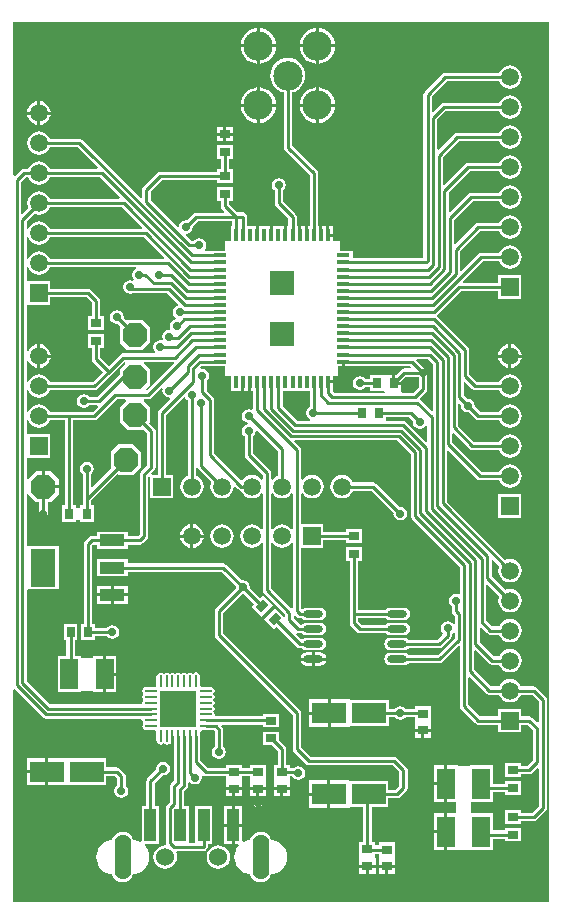
<source format=gtl>
G04*
G04 #@! TF.GenerationSoftware,Altium Limited,Altium Designer,18.0.9 (584)*
G04*
G04 Layer_Physical_Order=1*
G04 Layer_Color=255*
%FSLAX25Y25*%
%MOIN*%
G70*
G01*
G75*
%ADD15O,0.00984X0.04134*%
%ADD16O,0.04134X0.00984*%
%ADD17R,0.12323X0.12323*%
%ADD18P,0.08949X8X22.5*%
%ADD19R,0.08465X0.03937*%
%ADD20R,0.08465X0.12795*%
%ADD21R,0.03543X0.02756*%
%ADD22R,0.01181X0.04331*%
%ADD23R,0.04331X0.01181*%
%ADD24R,0.08268X0.08268*%
%ADD25R,0.02756X0.03543*%
%ADD26O,0.06693X0.02362*%
G04:AMPARAMS|DCode=27|XSize=35.43mil|YSize=27.56mil|CornerRadius=0mil|HoleSize=0mil|Usage=FLASHONLY|Rotation=45.000|XOffset=0mil|YOffset=0mil|HoleType=Round|Shape=Rectangle|*
%AMROTATEDRECTD27*
4,1,4,-0.00278,-0.02227,-0.02227,-0.00278,0.00278,0.02227,0.02227,0.00278,-0.00278,-0.02227,0.0*
%
%ADD27ROTATEDRECTD27*%

%ADD28R,0.03543X0.03150*%
%ADD29R,0.03150X0.03543*%
%ADD30R,0.05906X0.10236*%
%ADD31R,0.11221X0.07087*%
%ADD32R,0.03937X0.10630*%
%ADD58C,0.00945*%
%ADD59C,0.00866*%
%ADD60C,0.09843*%
%ADD61C,0.05906*%
%ADD62R,0.05906X0.05906*%
%ADD63C,0.06000*%
%ADD64O,0.05512X0.14961*%
%ADD65R,0.05906X0.05906*%
%ADD66C,0.02756*%
G36*
X280493Y102007D02*
X102007D01*
Y172682D01*
X102507Y172889D01*
X111858Y163538D01*
X112314Y163233D01*
X112852Y163127D01*
X144547D01*
X144958Y162627D01*
X144945Y162563D01*
X145054Y162018D01*
X145347Y161579D01*
X145054Y161140D01*
X144945Y160594D01*
X145054Y160049D01*
X145362Y159587D01*
X145825Y159278D01*
X146370Y159169D01*
X149189D01*
X149555Y159055D01*
X149670Y158689D01*
Y155870D01*
X149778Y155325D01*
X150087Y154862D01*
X150549Y154553D01*
X151094Y154445D01*
X151640Y154553D01*
X152079Y154847D01*
X152518Y154553D01*
X153063Y154445D01*
X153608Y154553D01*
X153962Y154790D01*
X154449Y154464D01*
X154532Y154448D01*
Y157445D01*
X155532D01*
Y154044D01*
X155635Y153959D01*
Y142565D01*
X154535Y141465D01*
X154239Y141022D01*
X154135Y140500D01*
Y135340D01*
X153259Y134464D01*
X152963Y134022D01*
X152860Y133499D01*
Y121760D01*
X152931Y121401D01*
X152652Y121000D01*
X152566Y120933D01*
X151591Y120805D01*
X150641Y120412D01*
X149825Y119785D01*
X149199Y118970D01*
X148805Y118019D01*
X148671Y117000D01*
X148805Y115981D01*
X149199Y115030D01*
X149825Y114215D01*
X150641Y113589D01*
X151591Y113195D01*
X152610Y113061D01*
X153630Y113195D01*
X154580Y113589D01*
X155396Y114215D01*
X156022Y115030D01*
X156415Y115981D01*
X156550Y117000D01*
X156415Y118019D01*
X156199Y118541D01*
X156533Y119041D01*
X165405D01*
X165928Y119145D01*
X166371Y119440D01*
X166666Y119883D01*
X166770Y120405D01*
Y121409D01*
X168280D01*
Y133850D01*
X162531D01*
Y121770D01*
X160406D01*
Y133850D01*
X158865D01*
Y138935D01*
X159934Y140003D01*
X160229Y140446D01*
X160333Y140969D01*
Y141733D01*
X160833Y141884D01*
X160854Y141854D01*
X161609Y141349D01*
X162500Y141172D01*
X163391Y141349D01*
X164146Y141854D01*
X164651Y142609D01*
X164828Y143500D01*
X164710Y144096D01*
X165170Y144343D01*
X165251Y144263D01*
X165706Y143958D01*
X166244Y143851D01*
X172823D01*
Y142819D01*
X172823Y142780D01*
X172728Y142319D01*
X172728Y142315D01*
Y140244D01*
X175500D01*
X178272D01*
Y142315D01*
X178272Y142319D01*
X178177Y142780D01*
X178177Y142819D01*
Y143851D01*
X180823D01*
Y142819D01*
X180823Y142780D01*
X180728Y142319D01*
X180728Y142315D01*
Y140244D01*
X183500D01*
X186272D01*
Y142315D01*
X186272Y142319D01*
X186177Y142780D01*
X186177Y142819D01*
Y147736D01*
X180823D01*
Y146661D01*
X178177D01*
Y147736D01*
X172823D01*
Y146661D01*
X166826D01*
X164311Y149176D01*
Y155769D01*
X164330Y155870D01*
Y158689D01*
X164445Y159055D01*
X164811Y159169D01*
X167630D01*
X167731Y159189D01*
X168824D01*
X169095Y158918D01*
Y153807D01*
X168854Y153646D01*
X168349Y152891D01*
X168172Y152000D01*
X168349Y151109D01*
X168854Y150354D01*
X169609Y149849D01*
X170500Y149672D01*
X171391Y149849D01*
X172146Y150354D01*
X172651Y151109D01*
X172828Y152000D01*
X172651Y152891D01*
X172146Y153646D01*
X171905Y153807D01*
Y159500D01*
X171798Y160038D01*
X171493Y160494D01*
X171291Y160696D01*
X171482Y161158D01*
X185323D01*
Y160169D01*
X190677D01*
Y164736D01*
X185323D01*
Y163968D01*
X169453D01*
X169042Y164468D01*
X169055Y164532D01*
X168947Y165077D01*
X168653Y165516D01*
X168947Y165955D01*
X169055Y166500D01*
X168947Y167045D01*
X168653Y167484D01*
X168947Y167923D01*
X169055Y168468D01*
X168947Y169014D01*
X168653Y169453D01*
X168947Y169892D01*
X169055Y170437D01*
X168947Y170982D01*
X168653Y171421D01*
X168947Y171860D01*
X169055Y172406D01*
X168947Y172951D01*
X168638Y173413D01*
X168175Y173722D01*
X167630Y173830D01*
X164811D01*
X164445Y173945D01*
X164330Y174311D01*
Y177130D01*
X164222Y177675D01*
X163913Y178138D01*
X163451Y178446D01*
X162906Y178555D01*
X162360Y178446D01*
X161921Y178153D01*
X161482Y178446D01*
X160937Y178555D01*
X160392Y178446D01*
X159953Y178153D01*
X159514Y178446D01*
X158968Y178555D01*
X158423Y178446D01*
X157984Y178153D01*
X157545Y178446D01*
X157000Y178555D01*
X156455Y178446D01*
X156016Y178153D01*
X155577Y178446D01*
X155032Y178555D01*
X154486Y178446D01*
X154047Y178153D01*
X153608Y178446D01*
X153063Y178555D01*
X152518Y178446D01*
X152079Y178153D01*
X151640Y178446D01*
X151094Y178555D01*
X150549Y178446D01*
X150087Y178138D01*
X149778Y177675D01*
X149670Y177130D01*
Y174311D01*
X149555Y173945D01*
X149189Y173830D01*
X146370D01*
X145825Y173722D01*
X145362Y173413D01*
X145054Y172951D01*
X144945Y172406D01*
X145054Y171860D01*
X145347Y171421D01*
X145054Y170982D01*
X144945Y170437D01*
X145054Y169892D01*
X145347Y169453D01*
X145054Y169014D01*
X144945Y168468D01*
X144958Y168405D01*
X144547Y167905D01*
X114082D01*
X106393Y175594D01*
Y206084D01*
X106846Y206197D01*
X106893Y206197D01*
X117122D01*
Y220803D01*
X106893D01*
X106846Y220803D01*
X106393Y220916D01*
Y237868D01*
X106893Y237906D01*
X109433Y235366D01*
X110595D01*
Y231500D01*
X110702Y230962D01*
X111006Y230507D01*
X111462Y230202D01*
X112000Y230095D01*
X112538Y230202D01*
X112994Y230507D01*
X113298Y230962D01*
X113405Y231500D01*
Y235366D01*
X114567D01*
X117134Y237933D01*
Y240000D01*
X112000D01*
Y240500D01*
X111500D01*
Y245634D01*
X109433D01*
X106893Y243094D01*
X106393Y243132D01*
Y249745D01*
X106642Y250142D01*
X106893Y250142D01*
X114358D01*
Y257858D01*
X106893D01*
X106642Y257858D01*
X106393Y258255D01*
Y262526D01*
X106893Y262626D01*
X107130Y262054D01*
X107748Y261248D01*
X108554Y260630D01*
X109493Y260241D01*
X110500Y260108D01*
X111507Y260241D01*
X112446Y260630D01*
X113252Y261248D01*
X113870Y262054D01*
X114094Y262595D01*
X119190D01*
Y234177D01*
X118311D01*
Y228823D01*
X122878D01*
Y229500D01*
X124216D01*
Y228823D01*
X128784D01*
Y234177D01*
X127905D01*
Y235918D01*
X136714Y244727D01*
X136980Y244461D01*
X142020D01*
X144539Y246980D01*
Y252020D01*
X142020Y254539D01*
X136980D01*
X134461Y252020D01*
Y246980D01*
X134727Y246714D01*
X128367Y240354D01*
X127905Y240545D01*
Y244692D01*
X128146Y244854D01*
X128651Y245609D01*
X128828Y246500D01*
X128651Y247391D01*
X128146Y248146D01*
X127391Y248651D01*
X126500Y248828D01*
X125609Y248651D01*
X124854Y248146D01*
X124349Y247391D01*
X124172Y246500D01*
X124349Y245609D01*
X124854Y244854D01*
X125095Y244692D01*
Y236500D01*
Y234177D01*
X124216D01*
Y233500D01*
X122878D01*
Y234177D01*
X121999D01*
Y262595D01*
X129000D01*
X129538Y262702D01*
X129993Y263007D01*
X136582Y269595D01*
X139329D01*
X139536Y269095D01*
X137461Y267020D01*
Y261980D01*
X139980Y259461D01*
X145020D01*
X145286Y259727D01*
X146595Y258418D01*
Y247582D01*
X144507Y245493D01*
X144202Y245038D01*
X144095Y244500D01*
Y224582D01*
X143473Y223960D01*
X140154D01*
Y225429D01*
X129878D01*
Y223960D01*
X128055D01*
X127517Y223853D01*
X127062Y223549D01*
X125959Y222446D01*
X125655Y221990D01*
X125548Y221453D01*
Y194677D01*
X124669D01*
Y189323D01*
X129236D01*
Y190595D01*
X133193D01*
X133354Y190354D01*
X134109Y189849D01*
X135000Y189672D01*
X135891Y189849D01*
X136646Y190354D01*
X137151Y191109D01*
X137328Y192000D01*
X137151Y192891D01*
X136646Y193646D01*
X135891Y194151D01*
X135000Y194328D01*
X134109Y194151D01*
X133354Y193646D01*
X133193Y193405D01*
X129236D01*
Y194677D01*
X128358D01*
Y220871D01*
X128637Y221150D01*
X129878D01*
Y219681D01*
X140154D01*
Y221150D01*
X144055D01*
X144593Y221257D01*
X145049Y221562D01*
X146493Y223007D01*
X146798Y223462D01*
X146905Y224000D01*
Y243738D01*
X147142Y243920D01*
X147642Y243673D01*
Y236642D01*
X155358D01*
Y244358D01*
X152905D01*
Y264418D01*
X158849Y270362D01*
X159327Y270217D01*
X159349Y270109D01*
X159854Y269354D01*
X160095Y269193D01*
Y244094D01*
X159554Y243870D01*
X158748Y243252D01*
X158130Y242446D01*
X157741Y241507D01*
X157608Y240500D01*
X157741Y239493D01*
X158130Y238554D01*
X158748Y237748D01*
X159554Y237130D01*
X160493Y236741D01*
X161500Y236608D01*
X162507Y236741D01*
X163446Y237130D01*
X164252Y237748D01*
X164870Y238554D01*
X165259Y239493D01*
X165392Y240500D01*
X165259Y241507D01*
X164870Y242446D01*
X164252Y243252D01*
X163446Y243870D01*
X162905Y244094D01*
Y246507D01*
X163405Y246659D01*
X163506Y246507D01*
X167965Y242048D01*
X167741Y241507D01*
X167608Y240500D01*
X167741Y239493D01*
X168130Y238554D01*
X168748Y237748D01*
X169554Y237130D01*
X170493Y236741D01*
X171500Y236608D01*
X172507Y236741D01*
X173446Y237130D01*
X174252Y237748D01*
X174870Y238554D01*
X175259Y239493D01*
X175382Y240424D01*
X175817Y240696D01*
X177006Y239507D01*
X177462Y239202D01*
X177897Y239116D01*
X178130Y238554D01*
X178748Y237748D01*
X179554Y237130D01*
X180493Y236741D01*
X181500Y236608D01*
X182507Y236741D01*
X183446Y237130D01*
X184252Y237748D01*
X184595Y238196D01*
X185095Y238026D01*
Y226474D01*
X184595Y226304D01*
X184252Y226752D01*
X183446Y227370D01*
X182507Y227759D01*
X181500Y227892D01*
X180493Y227759D01*
X179554Y227370D01*
X178748Y226752D01*
X178130Y225946D01*
X177741Y225007D01*
X177608Y224000D01*
X177741Y222993D01*
X178130Y222054D01*
X178748Y221248D01*
X179554Y220630D01*
X180493Y220241D01*
X181500Y220108D01*
X182507Y220241D01*
X183446Y220630D01*
X184252Y221248D01*
X184595Y221696D01*
X185095Y221526D01*
Y206000D01*
X185202Y205462D01*
X185506Y205007D01*
X192595Y197918D01*
Y197344D01*
X192133Y197153D01*
X189366Y199920D01*
X185580Y196134D01*
X188810Y192904D01*
X189709Y193804D01*
X196507Y187006D01*
X196962Y186702D01*
X197500Y186595D01*
X198287D01*
X198354Y186496D01*
X199044Y186035D01*
X199858Y185872D01*
X204189D01*
X205003Y186035D01*
X205693Y186496D01*
X206154Y187186D01*
X206316Y188000D01*
X206154Y188814D01*
X205693Y189504D01*
X205003Y189965D01*
X204189Y190128D01*
X199858D01*
X199044Y189965D01*
X198354Y189504D01*
X197861Y189626D01*
X196335Y191152D01*
X196470Y191673D01*
X196499Y191695D01*
X197000Y191595D01*
X198287D01*
X198354Y191496D01*
X199044Y191034D01*
X199858Y190873D01*
X204189D01*
X205003Y191034D01*
X205693Y191496D01*
X206154Y192186D01*
X206316Y193000D01*
X206154Y193814D01*
X205693Y194504D01*
X205003Y194966D01*
X204189Y195127D01*
X199858D01*
X199044Y194966D01*
X198354Y194504D01*
X198287Y194405D01*
X197582D01*
X195405Y196582D01*
Y197401D01*
X195905Y197608D01*
X196507Y197006D01*
X196962Y196702D01*
X197500Y196595D01*
X198287D01*
X198354Y196496D01*
X199044Y196035D01*
X199858Y195872D01*
X204189D01*
X205003Y196035D01*
X205693Y196496D01*
X206154Y197186D01*
X206316Y198000D01*
X206154Y198814D01*
X205693Y199504D01*
X205003Y199966D01*
X204189Y200128D01*
X199858D01*
X199044Y199966D01*
X198380Y199522D01*
X198233Y199566D01*
X197905Y199732D01*
Y220142D01*
X205358D01*
Y222595D01*
X212823D01*
Y221622D01*
X218177D01*
Y226189D01*
X212823D01*
Y225405D01*
X205358D01*
Y227858D01*
X197905D01*
Y238026D01*
X198405Y238196D01*
X198748Y237748D01*
X199554Y237130D01*
X200493Y236741D01*
X201500Y236608D01*
X202507Y236741D01*
X203446Y237130D01*
X204252Y237748D01*
X204870Y238554D01*
X205259Y239493D01*
X205392Y240500D01*
X205259Y241507D01*
X204870Y242446D01*
X204252Y243252D01*
X203446Y243870D01*
X202507Y244259D01*
X201500Y244392D01*
X200493Y244259D01*
X199554Y243870D01*
X198748Y243252D01*
X198405Y242804D01*
X197905Y242974D01*
Y252649D01*
X197798Y253187D01*
X197494Y253643D01*
X195704Y255432D01*
X195895Y255894D01*
X229885D01*
X234441Y251338D01*
Y230803D01*
X234548Y230265D01*
X234853Y229809D01*
X250894Y213768D01*
Y204845D01*
X250453Y204609D01*
X250391Y204651D01*
X249500Y204828D01*
X248609Y204651D01*
X247854Y204146D01*
X247349Y203391D01*
X247172Y202500D01*
X247349Y201609D01*
X247854Y200854D01*
X248095Y200693D01*
Y199000D01*
X248202Y198462D01*
X248507Y198006D01*
X249044Y197469D01*
Y194812D01*
X248544Y194661D01*
X248390Y194890D01*
X247635Y195395D01*
X246744Y195572D01*
X245853Y195395D01*
X245098Y194890D01*
X244593Y194135D01*
X244416Y193244D01*
X244593Y192353D01*
X245098Y191598D01*
X245038Y191036D01*
X243406Y189405D01*
X233713D01*
X233646Y189504D01*
X232956Y189965D01*
X232142Y190128D01*
X227811D01*
X226997Y189965D01*
X226307Y189504D01*
X225846Y188814D01*
X225683Y188000D01*
X225846Y187186D01*
X226307Y186496D01*
X226997Y186035D01*
X227811Y185872D01*
X232142D01*
X232956Y186035D01*
X233646Y186496D01*
X233713Y186595D01*
X243988D01*
X244526Y186702D01*
X244982Y187006D01*
X247738Y189762D01*
X248042Y190218D01*
X248149Y190756D01*
Y191437D01*
X248390Y191598D01*
X248544Y191827D01*
X249044Y191676D01*
Y190031D01*
X243418Y184405D01*
X233713D01*
X233646Y184504D01*
X232956Y184966D01*
X232142Y185127D01*
X227811D01*
X226997Y184966D01*
X226307Y184504D01*
X225846Y183814D01*
X225683Y183000D01*
X225846Y182186D01*
X226307Y181496D01*
X226997Y181035D01*
X227811Y180872D01*
X232142D01*
X232956Y181035D01*
X233646Y181496D01*
X233713Y181595D01*
X244000D01*
X244538Y181702D01*
X244993Y182007D01*
X250432Y187445D01*
X250894Y187254D01*
Y167201D01*
X251001Y166663D01*
X251306Y166207D01*
X256007Y161506D01*
X256462Y161202D01*
X257000Y161095D01*
X263642D01*
Y158642D01*
X271358D01*
Y161095D01*
X273418D01*
X275245Y159268D01*
Y149232D01*
X273371Y147358D01*
X271177D01*
Y148236D01*
X265823D01*
Y143669D01*
X271177D01*
Y144548D01*
X273953D01*
X274490Y144655D01*
X274946Y144959D01*
X276633Y146646D01*
X277095Y146455D01*
Y134082D01*
X274824Y131810D01*
X271177D01*
Y132689D01*
X265823D01*
Y128122D01*
X271177D01*
Y129001D01*
X275406D01*
X275943Y129107D01*
X276399Y129412D01*
X279493Y132507D01*
X279798Y132962D01*
X279905Y133500D01*
Y169500D01*
X279798Y170038D01*
X279493Y170493D01*
X276493Y173494D01*
X276038Y173798D01*
X275500Y173905D01*
X271094D01*
X270870Y174446D01*
X270252Y175252D01*
X269446Y175870D01*
X268507Y176259D01*
X267500Y176392D01*
X266493Y176259D01*
X265554Y175870D01*
X264748Y175252D01*
X264130Y174446D01*
X263906Y173905D01*
X261082D01*
X255555Y179432D01*
Y185805D01*
X256016Y185997D01*
X260507Y181507D01*
X260962Y181202D01*
X261500Y181095D01*
X263906D01*
X264130Y180554D01*
X264748Y179748D01*
X265554Y179130D01*
X266493Y178741D01*
X267500Y178608D01*
X268507Y178741D01*
X269446Y179130D01*
X270252Y179748D01*
X270870Y180554D01*
X271259Y181493D01*
X271392Y182500D01*
X271259Y183507D01*
X270870Y184446D01*
X270252Y185252D01*
X269446Y185870D01*
X268507Y186259D01*
X267500Y186392D01*
X266493Y186259D01*
X265554Y185870D01*
X264748Y185252D01*
X264130Y184446D01*
X263906Y183905D01*
X262082D01*
X257405Y188582D01*
Y193455D01*
X257867Y193646D01*
X260007Y191507D01*
X260462Y191202D01*
X261000Y191095D01*
X263906D01*
X264130Y190554D01*
X264748Y189748D01*
X265554Y189130D01*
X266493Y188741D01*
X267500Y188608D01*
X268507Y188741D01*
X269446Y189130D01*
X270252Y189748D01*
X270870Y190554D01*
X271259Y191493D01*
X271392Y192500D01*
X271259Y193507D01*
X270870Y194446D01*
X270252Y195252D01*
X269446Y195870D01*
X268507Y196259D01*
X267500Y196392D01*
X266493Y196259D01*
X265554Y195870D01*
X264748Y195252D01*
X264130Y194446D01*
X263906Y193905D01*
X261582D01*
X259555Y195932D01*
Y207805D01*
X260016Y207997D01*
X263965Y204048D01*
X263741Y203507D01*
X263608Y202500D01*
X263741Y201493D01*
X264130Y200554D01*
X264748Y199748D01*
X265554Y199130D01*
X266493Y198741D01*
X267500Y198608D01*
X268507Y198741D01*
X269446Y199130D01*
X270252Y199748D01*
X270870Y200554D01*
X271259Y201493D01*
X271392Y202500D01*
X271259Y203507D01*
X270870Y204446D01*
X270252Y205252D01*
X269446Y205870D01*
X268507Y206259D01*
X267500Y206392D01*
X266493Y206259D01*
X265952Y206035D01*
X261405Y210582D01*
Y215955D01*
X261867Y216146D01*
X263965Y214048D01*
X263741Y213507D01*
X263608Y212500D01*
X263741Y211493D01*
X264130Y210554D01*
X264748Y209748D01*
X265554Y209130D01*
X266493Y208741D01*
X267500Y208608D01*
X268507Y208741D01*
X269446Y209130D01*
X270252Y209748D01*
X270870Y210554D01*
X271259Y211493D01*
X271392Y212500D01*
X271259Y213507D01*
X270870Y214446D01*
X270252Y215252D01*
X269446Y215870D01*
X268507Y216259D01*
X267500Y216392D01*
X266493Y216259D01*
X265952Y216035D01*
X246503Y235484D01*
Y252356D01*
X246965Y252548D01*
X256507Y243007D01*
X256962Y242702D01*
X257500Y242595D01*
X263906D01*
X264130Y242054D01*
X264748Y241248D01*
X265554Y240630D01*
X266493Y240241D01*
X267500Y240108D01*
X268507Y240241D01*
X269446Y240630D01*
X270252Y241248D01*
X270870Y242054D01*
X271259Y242993D01*
X271392Y244000D01*
X271259Y245007D01*
X270870Y245946D01*
X270252Y246752D01*
X269446Y247370D01*
X268507Y247759D01*
X267500Y247892D01*
X266493Y247759D01*
X265554Y247370D01*
X264748Y246752D01*
X264130Y245946D01*
X263906Y245405D01*
X258082D01*
X248354Y255133D01*
Y258006D01*
X248816Y258197D01*
X254007Y253007D01*
X254462Y252702D01*
X255000Y252595D01*
X263906D01*
X264130Y252054D01*
X264748Y251248D01*
X265554Y250630D01*
X266493Y250241D01*
X267500Y250108D01*
X268507Y250241D01*
X269446Y250630D01*
X270252Y251248D01*
X270870Y252054D01*
X271259Y252993D01*
X271392Y254000D01*
X271259Y255007D01*
X270870Y255946D01*
X270252Y256752D01*
X269446Y257370D01*
X268507Y257759D01*
X267500Y257892D01*
X266493Y257759D01*
X265554Y257370D01*
X264748Y256752D01*
X264130Y255946D01*
X263906Y255405D01*
X255582D01*
X250204Y260783D01*
Y268156D01*
X250666Y268347D01*
X251228Y267785D01*
X251172Y267500D01*
X251349Y266609D01*
X251854Y265854D01*
X252609Y265349D01*
X253500Y265172D01*
X253785Y265228D01*
X256007Y263007D01*
X256462Y262702D01*
X257000Y262595D01*
X263906D01*
X264130Y262054D01*
X264748Y261248D01*
X265554Y260630D01*
X266493Y260241D01*
X267500Y260108D01*
X268507Y260241D01*
X269446Y260630D01*
X270252Y261248D01*
X270870Y262054D01*
X271259Y262993D01*
X271392Y264000D01*
X271259Y265007D01*
X270870Y265946D01*
X270252Y266752D01*
X269446Y267370D01*
X268507Y267759D01*
X267500Y267892D01*
X266493Y267759D01*
X265554Y267370D01*
X264748Y266752D01*
X264130Y265946D01*
X263906Y265405D01*
X257582D01*
X255772Y267215D01*
X255828Y267500D01*
X255651Y268391D01*
X255146Y269146D01*
X254391Y269651D01*
X253500Y269828D01*
X253215Y269772D01*
X252055Y270932D01*
Y275305D01*
X252517Y275497D01*
X255007Y273007D01*
X255462Y272702D01*
X256000Y272595D01*
X263906D01*
X264130Y272054D01*
X264748Y271248D01*
X265554Y270630D01*
X266493Y270241D01*
X267500Y270108D01*
X268507Y270241D01*
X269446Y270630D01*
X270252Y271248D01*
X270870Y272054D01*
X271259Y272993D01*
X271392Y274000D01*
X271259Y275007D01*
X270870Y275946D01*
X270252Y276752D01*
X269446Y277370D01*
X268507Y277759D01*
X267500Y277892D01*
X266493Y277759D01*
X265554Y277370D01*
X264748Y276752D01*
X264130Y275946D01*
X263906Y275405D01*
X256582D01*
X253905Y278082D01*
Y285851D01*
X253798Y286388D01*
X253493Y286844D01*
X243225Y297112D01*
X243164Y297565D01*
X243246Y297759D01*
X251082Y305595D01*
X263642D01*
Y303142D01*
X271358D01*
Y310858D01*
X263642D01*
Y308405D01*
X251928D01*
X251737Y308867D01*
X258465Y315595D01*
X263906D01*
X264130Y315054D01*
X264748Y314248D01*
X265554Y313630D01*
X266493Y313241D01*
X267500Y313108D01*
X268507Y313241D01*
X269446Y313630D01*
X270252Y314248D01*
X270870Y315054D01*
X271259Y315993D01*
X271392Y317000D01*
X271259Y318007D01*
X270870Y318946D01*
X270252Y319752D01*
X269446Y320370D01*
X268507Y320759D01*
X267500Y320892D01*
X266493Y320759D01*
X265554Y320370D01*
X264748Y319752D01*
X264130Y318946D01*
X263906Y318405D01*
X257883D01*
X257346Y318298D01*
X256890Y317993D01*
X251367Y312471D01*
X250905Y312662D01*
Y318918D01*
X257582Y325595D01*
X263906D01*
X264130Y325054D01*
X264748Y324248D01*
X265554Y323630D01*
X266493Y323241D01*
X267500Y323108D01*
X268507Y323241D01*
X269446Y323630D01*
X270252Y324248D01*
X270870Y325054D01*
X271259Y325993D01*
X271392Y327000D01*
X271259Y328007D01*
X270870Y328946D01*
X270252Y329752D01*
X269446Y330370D01*
X268507Y330759D01*
X267500Y330892D01*
X266493Y330759D01*
X265554Y330370D01*
X264748Y329752D01*
X264130Y328946D01*
X263906Y328405D01*
X257000D01*
X256462Y328298D01*
X256007Y327993D01*
X249367Y321354D01*
X248905Y321545D01*
Y329418D01*
X255082Y335595D01*
X263906D01*
X264130Y335054D01*
X264748Y334248D01*
X265554Y333630D01*
X266493Y333241D01*
X267500Y333108D01*
X268507Y333241D01*
X269446Y333630D01*
X270252Y334248D01*
X270870Y335054D01*
X271259Y335993D01*
X271392Y337000D01*
X271259Y338007D01*
X270870Y338946D01*
X270252Y339752D01*
X269446Y340370D01*
X268507Y340759D01*
X267500Y340892D01*
X266493Y340759D01*
X265554Y340370D01*
X264748Y339752D01*
X264130Y338946D01*
X263906Y338405D01*
X254500D01*
X253962Y338298D01*
X253507Y337993D01*
X247516Y332003D01*
X247055Y332195D01*
Y338568D01*
X254082Y345595D01*
X263906D01*
X264130Y345054D01*
X264748Y344248D01*
X265554Y343630D01*
X266493Y343241D01*
X267500Y343108D01*
X268507Y343241D01*
X269446Y343630D01*
X270252Y344248D01*
X270870Y345054D01*
X271259Y345993D01*
X271392Y347000D01*
X271259Y348007D01*
X270870Y348946D01*
X270252Y349752D01*
X269446Y350370D01*
X268507Y350759D01*
X267500Y350892D01*
X266493Y350759D01*
X265554Y350370D01*
X264748Y349752D01*
X264130Y348946D01*
X263906Y348405D01*
X253500D01*
X252962Y348298D01*
X252507Y347993D01*
X245666Y341153D01*
X245204Y341344D01*
Y350217D01*
X250582Y355595D01*
X263906D01*
X264130Y355054D01*
X264748Y354248D01*
X265554Y353630D01*
X266493Y353241D01*
X267500Y353108D01*
X268507Y353241D01*
X269446Y353630D01*
X270252Y354248D01*
X270870Y355054D01*
X271259Y355993D01*
X271392Y357000D01*
X271259Y358007D01*
X270870Y358946D01*
X270252Y359752D01*
X269446Y360370D01*
X268507Y360759D01*
X267500Y360892D01*
X266493Y360759D01*
X265554Y360370D01*
X264748Y359752D01*
X264130Y358946D01*
X263906Y358405D01*
X250000D01*
X249462Y358298D01*
X249007Y357993D01*
X243816Y352803D01*
X243354Y352994D01*
Y362867D01*
X246082Y365595D01*
X263906D01*
X264130Y365054D01*
X264748Y364248D01*
X265554Y363630D01*
X266493Y363241D01*
X267500Y363108D01*
X268507Y363241D01*
X269446Y363630D01*
X270252Y364248D01*
X270870Y365054D01*
X271259Y365993D01*
X271392Y367000D01*
X271259Y368007D01*
X270870Y368946D01*
X270252Y369752D01*
X269446Y370370D01*
X268507Y370759D01*
X267500Y370892D01*
X266493Y370759D01*
X265554Y370370D01*
X264748Y369752D01*
X264130Y368946D01*
X263906Y368405D01*
X245500D01*
X244962Y368298D01*
X244507Y367993D01*
X241965Y365452D01*
X241503Y365644D01*
Y370516D01*
X246582Y375595D01*
X263906D01*
X264130Y375054D01*
X264748Y374248D01*
X265554Y373630D01*
X266493Y373241D01*
X267500Y373108D01*
X268507Y373241D01*
X269446Y373630D01*
X270252Y374248D01*
X270870Y375054D01*
X271259Y375993D01*
X271392Y377000D01*
X271259Y378007D01*
X270870Y378946D01*
X270252Y379752D01*
X269446Y380370D01*
X268507Y380759D01*
X267500Y380892D01*
X266493Y380759D01*
X265554Y380370D01*
X264748Y379752D01*
X264130Y378946D01*
X263906Y378405D01*
X246000D01*
X245462Y378298D01*
X245007Y377993D01*
X239105Y372092D01*
X238800Y371636D01*
X238693Y371098D01*
Y316598D01*
X215043D01*
Y319051D01*
X211073D01*
X210721Y319407D01*
X210755Y322500D01*
X208445D01*
Y323748D01*
X206854D01*
Y324248D01*
X206354D01*
Y327413D01*
X204992D01*
Y324248D01*
X203992D01*
Y327413D01*
X203535D01*
Y344870D01*
X203428Y345408D01*
X203123Y345864D01*
X194905Y354082D01*
Y371837D01*
X195741Y372091D01*
X196753Y372632D01*
X197640Y373360D01*
X198368Y374247D01*
X198909Y375259D01*
X199242Y376358D01*
X199355Y377500D01*
X199242Y378642D01*
X198909Y379741D01*
X198368Y380753D01*
X197640Y381640D01*
X196753Y382368D01*
X195741Y382909D01*
X194642Y383243D01*
X193500Y383355D01*
X192358Y383243D01*
X191259Y382909D01*
X190247Y382368D01*
X189360Y381640D01*
X188632Y380753D01*
X188091Y379741D01*
X187758Y378642D01*
X187645Y377500D01*
X187758Y376358D01*
X188091Y375259D01*
X188632Y374247D01*
X189360Y373360D01*
X190247Y372632D01*
X191259Y372091D01*
X192095Y371837D01*
Y353500D01*
X192202Y352962D01*
X192507Y352507D01*
X200725Y344288D01*
Y327413D01*
X200268D01*
Y324248D01*
X199268D01*
Y327413D01*
X197906D01*
Y324248D01*
X196906D01*
Y327413D01*
X196448D01*
Y330457D01*
X196341Y330994D01*
X196037Y331450D01*
X191905Y335582D01*
Y339193D01*
X192146Y339354D01*
X192651Y340109D01*
X192828Y341000D01*
X192651Y341891D01*
X192146Y342646D01*
X191391Y343151D01*
X190500Y343328D01*
X189609Y343151D01*
X188854Y342646D01*
X188349Y341891D01*
X188172Y341000D01*
X188349Y340109D01*
X188854Y339354D01*
X189095Y339193D01*
Y335000D01*
X189202Y334462D01*
X189506Y334007D01*
X193638Y329875D01*
Y327413D01*
X193181D01*
Y324248D01*
X192181D01*
Y327413D01*
X191091D01*
Y327319D01*
X189547D01*
Y327413D01*
X188457D01*
Y324248D01*
X187457D01*
Y327413D01*
X186366D01*
Y327319D01*
X184823D01*
Y327413D01*
X183732D01*
Y324248D01*
X182732D01*
Y327413D01*
X181642D01*
Y327319D01*
X179913D01*
Y330492D01*
X179806Y331030D01*
X179501Y331486D01*
X179045Y331790D01*
X178508Y331897D01*
X176590D01*
X173905Y334582D01*
Y335764D01*
X175177D01*
Y340331D01*
X169823D01*
Y335764D01*
X171095D01*
Y334000D01*
X171202Y333462D01*
X171507Y333007D01*
X172292Y332221D01*
X172100Y331759D01*
X162854D01*
X162317Y331652D01*
X161861Y331348D01*
X159785Y329272D01*
X159500Y329328D01*
X158609Y329151D01*
X157854Y328646D01*
X157349Y327891D01*
X157195Y327116D01*
X156725Y326879D01*
X147713Y335890D01*
Y338726D01*
X151535Y342548D01*
X169823D01*
Y341669D01*
X175177D01*
Y346236D01*
X173905D01*
Y349716D01*
X175177D01*
Y354283D01*
X169823D01*
Y349716D01*
X171095D01*
Y346236D01*
X169823D01*
Y345358D01*
X150953D01*
X150415Y345251D01*
X149959Y344946D01*
X145315Y340302D01*
X145010Y339846D01*
X144904Y339308D01*
Y336737D01*
X144441Y336545D01*
X124994Y355993D01*
X124538Y356298D01*
X124000Y356405D01*
X114094D01*
X113870Y356946D01*
X113252Y357752D01*
X112446Y358370D01*
X111507Y358759D01*
X110500Y358892D01*
X109493Y358759D01*
X108554Y358370D01*
X107748Y357752D01*
X107130Y356946D01*
X106741Y356007D01*
X106608Y355000D01*
X106741Y353993D01*
X107130Y353054D01*
X107748Y352248D01*
X108554Y351630D01*
X109493Y351241D01*
X110500Y351108D01*
X111507Y351241D01*
X112446Y351630D01*
X113252Y352248D01*
X113870Y353054D01*
X114094Y353595D01*
X123418D01*
X130146Y346867D01*
X129955Y346405D01*
X114094D01*
X113870Y346946D01*
X113252Y347752D01*
X112446Y348370D01*
X111507Y348759D01*
X110500Y348892D01*
X109493Y348759D01*
X108554Y348370D01*
X107748Y347752D01*
X107130Y346946D01*
X106906Y346405D01*
X105500D01*
X104962Y346298D01*
X104507Y345993D01*
X102507Y343994D01*
X102007Y344201D01*
Y395493D01*
X280493D01*
Y102007D01*
D02*
G37*
G36*
X137529Y336867D02*
X137338Y336405D01*
X114094D01*
X113870Y336946D01*
X113252Y337752D01*
X112446Y338370D01*
X111507Y338759D01*
X110500Y338892D01*
X109493Y338759D01*
X108554Y338370D01*
X107748Y337752D01*
X107130Y336946D01*
X106741Y336007D01*
X106608Y335000D01*
X106741Y333993D01*
X106965Y333452D01*
X105005Y331492D01*
X104543Y331683D01*
Y342056D01*
X106082Y343595D01*
X106906D01*
X107130Y343054D01*
X107748Y342248D01*
X108554Y341630D01*
X109493Y341241D01*
X110500Y341108D01*
X111507Y341241D01*
X112446Y341630D01*
X113252Y342248D01*
X113870Y343054D01*
X114094Y343595D01*
X130801D01*
X137529Y336867D01*
D02*
G37*
G36*
X144913Y326867D02*
X144721Y326405D01*
X114094D01*
X113870Y326946D01*
X113252Y327752D01*
X112446Y328370D01*
X111507Y328759D01*
X110500Y328892D01*
X109493Y328759D01*
X108554Y328370D01*
X107748Y327752D01*
X107130Y326946D01*
X106893Y326374D01*
X106393Y326474D01*
Y328906D01*
X108952Y331465D01*
X109493Y331241D01*
X110500Y331108D01*
X111507Y331241D01*
X112446Y331630D01*
X113252Y332248D01*
X113870Y333054D01*
X114094Y333595D01*
X138184D01*
X144913Y326867D01*
D02*
G37*
G36*
X174741Y327319D02*
X174650D01*
Y322500D01*
X172500D01*
Y319051D01*
X167957D01*
Y318960D01*
X165889D01*
X165717Y319460D01*
X166151Y320109D01*
X166328Y321000D01*
X166151Y321891D01*
X165646Y322646D01*
X164891Y323151D01*
X164000Y323328D01*
X163109Y323151D01*
X162354Y322646D01*
X162192Y322405D01*
X161199D01*
X159379Y324225D01*
X159616Y324695D01*
X160391Y324849D01*
X161146Y325354D01*
X161651Y326109D01*
X161828Y327000D01*
X161772Y327285D01*
X163436Y328949D01*
X174741D01*
Y327319D01*
D02*
G37*
G36*
X107130Y323054D02*
X107748Y322248D01*
X108554Y321630D01*
X109493Y321241D01*
X110500Y321108D01*
X111507Y321241D01*
X112446Y321630D01*
X113252Y322248D01*
X113870Y323054D01*
X114094Y323595D01*
X145568D01*
X152296Y316867D01*
X152104Y316405D01*
X114094D01*
X113870Y316946D01*
X113252Y317752D01*
X112446Y318370D01*
X111507Y318759D01*
X110500Y318892D01*
X109493Y318759D01*
X108554Y318370D01*
X107748Y317752D01*
X107130Y316946D01*
X106893Y316374D01*
X106393Y316474D01*
Y323526D01*
X106893Y323626D01*
X107130Y323054D01*
D02*
G37*
G36*
Y313054D02*
X107748Y312248D01*
X108554Y311630D01*
X109493Y311241D01*
X110500Y311108D01*
X111507Y311241D01*
X112446Y311630D01*
X113252Y312248D01*
X113870Y313054D01*
X114094Y313595D01*
X142942D01*
X142986Y313479D01*
X143025Y313095D01*
X142354Y312646D01*
X141849Y311891D01*
X141672Y311000D01*
X141849Y310109D01*
X142246Y309515D01*
X141900Y309160D01*
X141887Y309152D01*
X141000Y309328D01*
X140109Y309151D01*
X139354Y308646D01*
X138849Y307891D01*
X138672Y307000D01*
X138849Y306109D01*
X139354Y305354D01*
X140109Y304849D01*
X141000Y304672D01*
X141891Y304849D01*
X142100Y304989D01*
X153291D01*
X156953Y301326D01*
X156808Y300848D01*
X156609Y300808D01*
X155854Y300304D01*
X155349Y299548D01*
X155172Y298657D01*
X155349Y297766D01*
X155854Y297011D01*
X156202Y296779D01*
X156096Y296248D01*
X155609Y296151D01*
X154854Y295646D01*
X154349Y294891D01*
X154172Y294000D01*
X154316Y293275D01*
X154043Y292889D01*
X153943Y292817D01*
X153109Y292651D01*
X152354Y292146D01*
X151849Y291391D01*
X151672Y290500D01*
X151837Y289672D01*
X151688Y289433D01*
X151502Y289228D01*
X151000Y289328D01*
X150109Y289151D01*
X149354Y288646D01*
X148849Y287891D01*
X148672Y287000D01*
X148849Y286109D01*
X149320Y285405D01*
X149194Y284905D01*
X138500D01*
X137962Y284798D01*
X137506Y284493D01*
X133750Y280737D01*
X130905Y283582D01*
Y286764D01*
X132177D01*
Y291331D01*
X126823D01*
Y286764D01*
X128095D01*
Y283000D01*
X128202Y282462D01*
X128507Y282007D01*
X131763Y278750D01*
X128418Y275405D01*
X114094D01*
X113870Y275946D01*
X113252Y276752D01*
X112446Y277370D01*
X111507Y277759D01*
X110500Y277892D01*
X109493Y277759D01*
X108554Y277370D01*
X107748Y276752D01*
X107130Y275946D01*
X106893Y275374D01*
X106393Y275474D01*
Y282279D01*
X106893Y282379D01*
X107047Y282007D01*
X107681Y281181D01*
X108507Y280547D01*
X109468Y280149D01*
X110000Y280079D01*
Y284000D01*
Y287921D01*
X109468Y287851D01*
X108507Y287453D01*
X107681Y286819D01*
X107047Y285993D01*
X106893Y285621D01*
X106393Y285721D01*
Y300745D01*
X106642Y301142D01*
X106893Y301142D01*
X114358D01*
Y303595D01*
X126418D01*
X128095Y301918D01*
Y297236D01*
X126823D01*
Y292669D01*
X132177D01*
Y297236D01*
X130905D01*
Y302500D01*
X130798Y303038D01*
X130493Y303493D01*
X127994Y305993D01*
X127538Y306298D01*
X127000Y306405D01*
X114358D01*
Y308858D01*
X106893D01*
X106642Y308858D01*
X106393Y309255D01*
Y313526D01*
X106893Y313626D01*
X107130Y313054D01*
D02*
G37*
G36*
X212472Y280532D02*
X215138D01*
Y280717D01*
X234296D01*
X234646Y280367D01*
X234455Y279905D01*
X232256D01*
X231718Y279798D01*
X231262Y279493D01*
X229541Y277772D01*
X229256D01*
Y275500D01*
X231331D01*
Y275588D01*
X232838Y277095D01*
X237095D01*
Y273582D01*
X235268Y271755D01*
X231396D01*
X231331Y272228D01*
X231331D01*
Y274500D01*
X228756D01*
Y275000D01*
X228256D01*
Y277772D01*
X226185D01*
X226181Y277772D01*
X225720Y277677D01*
X225681Y277677D01*
X220764D01*
Y276405D01*
X219307D01*
X219146Y276646D01*
X218391Y277151D01*
X217500Y277328D01*
X216609Y277151D01*
X215854Y276646D01*
X215349Y275891D01*
X215172Y275000D01*
X215349Y274109D01*
X215854Y273354D01*
X216609Y272849D01*
X217500Y272672D01*
X218391Y272849D01*
X219146Y273354D01*
X219307Y273595D01*
X220764D01*
Y272323D01*
X225562Y272323D01*
X226019Y271954D01*
X225999Y271755D01*
X208848D01*
X208715Y271889D01*
X208445Y272264D01*
X208445D01*
X208445Y272264D01*
Y274929D01*
X206854D01*
Y275929D01*
X208445D01*
Y277500D01*
X210256D01*
X210289Y280532D01*
X211472D01*
Y282122D01*
X212472D01*
Y280532D01*
D02*
G37*
G36*
X155608Y281595D02*
X146579Y272566D01*
X146363Y272597D01*
X146186Y273127D01*
X147539Y274480D01*
Y279520D01*
X145464Y281595D01*
X145671Y282095D01*
X155401D01*
X155608Y281595D01*
D02*
G37*
G36*
X139085Y281852D02*
X139257Y281316D01*
X137461Y279520D01*
Y277947D01*
X129918Y270405D01*
X127307D01*
X127146Y270646D01*
X126391Y271151D01*
X125500Y271328D01*
X124609Y271151D01*
X123854Y270646D01*
X123349Y269891D01*
X123172Y269000D01*
X123349Y268109D01*
X123854Y267354D01*
X124609Y266849D01*
X125500Y266672D01*
X126391Y266849D01*
X127146Y267354D01*
X127307Y267595D01*
X129901D01*
X130108Y267095D01*
X128418Y265405D01*
X114094D01*
X113870Y265946D01*
X113252Y266752D01*
X112446Y267370D01*
X111507Y267759D01*
X110500Y267892D01*
X109493Y267759D01*
X108554Y267370D01*
X107748Y266752D01*
X107130Y265946D01*
X106893Y265374D01*
X106393Y265474D01*
Y272526D01*
X106893Y272626D01*
X107130Y272054D01*
X107748Y271248D01*
X108554Y270630D01*
X109493Y270241D01*
X110500Y270108D01*
X111507Y270241D01*
X112446Y270630D01*
X113252Y271248D01*
X113870Y272054D01*
X114094Y272595D01*
X129000D01*
X129538Y272702D01*
X129993Y273007D01*
X134743Y277757D01*
X138874Y281887D01*
X139085Y281852D01*
D02*
G37*
G36*
X167957Y280626D02*
X172500D01*
Y277500D01*
X174650D01*
Y272358D01*
X176917D01*
Y272264D01*
X178008D01*
Y275429D01*
X179008D01*
Y272264D01*
X180370D01*
Y275429D01*
X181370D01*
Y272264D01*
X181827D01*
Y266461D01*
X181477Y266212D01*
X181327Y266164D01*
X180500Y266328D01*
X179609Y266151D01*
X178854Y265646D01*
X178349Y264891D01*
X178172Y264000D01*
X178349Y263109D01*
X178854Y262354D01*
X179609Y261849D01*
X180082Y261755D01*
Y261245D01*
X179609Y261151D01*
X178854Y260646D01*
X178349Y259891D01*
X178172Y259000D01*
X178349Y258109D01*
X178854Y257354D01*
X179095Y257192D01*
Y251000D01*
X179202Y250462D01*
X179507Y250007D01*
X185095Y244418D01*
Y242974D01*
X184595Y242804D01*
X184252Y243252D01*
X183446Y243870D01*
X182507Y244259D01*
X181500Y244392D01*
X180493Y244259D01*
X179554Y243870D01*
X178748Y243252D01*
X178398Y242796D01*
X177735Y242752D01*
X168905Y251582D01*
Y269397D01*
X168798Y269935D01*
X168493Y270391D01*
X166405Y272479D01*
Y275693D01*
X166646Y275854D01*
X167151Y276609D01*
X167328Y277500D01*
X167151Y278391D01*
X166646Y279146D01*
X165891Y279651D01*
X165000Y279828D01*
X164404Y279710D01*
X164157Y280170D01*
X164704Y280717D01*
X167957D01*
Y280626D01*
D02*
G37*
G36*
X241843Y281418D02*
Y265797D01*
X241381Y265606D01*
X237493Y269493D01*
X237546Y270059D01*
X239493Y272007D01*
X239798Y272462D01*
X239905Y273000D01*
Y278500D01*
X239798Y279038D01*
X239493Y279493D01*
X236369Y282617D01*
X236561Y283079D01*
X240182D01*
X241843Y281418D01*
D02*
G37*
G36*
X200725Y266894D02*
X200354Y266646D01*
X199849Y265891D01*
X199672Y265000D01*
X199849Y264109D01*
X200354Y263354D01*
X201025Y262905D01*
X200986Y262521D01*
X200942Y262405D01*
X196582D01*
X191724Y267263D01*
Y272358D01*
X200725D01*
Y266894D01*
D02*
G37*
G36*
X235228Y262285D02*
X235172Y262000D01*
X235349Y261109D01*
X235854Y260354D01*
X236609Y259849D01*
X237500Y259672D01*
X238391Y259849D01*
X239146Y260354D01*
X239493Y260872D01*
X239993Y260720D01*
Y255647D01*
X239531Y255456D01*
X232993Y261993D01*
X232538Y262298D01*
X232000Y262405D01*
X226236D01*
Y263595D01*
X233918D01*
X235228Y262285D01*
D02*
G37*
G36*
X151790Y273096D02*
X151672Y272500D01*
X151849Y271609D01*
X152354Y270854D01*
X153109Y270349D01*
X153981Y270176D01*
X154114Y269980D01*
X154246Y269733D01*
X150506Y265993D01*
X150202Y265538D01*
X150095Y265000D01*
Y244358D01*
X148052D01*
X147845Y244858D01*
X148994Y246007D01*
X149298Y246462D01*
X149405Y247000D01*
Y259000D01*
X149298Y259538D01*
X148994Y259993D01*
X147273Y261714D01*
X147539Y261980D01*
Y267020D01*
X145464Y269095D01*
X145671Y269595D01*
X147000D01*
X147538Y269702D01*
X147994Y270007D01*
X151330Y273343D01*
X151790Y273096D01*
D02*
G37*
G36*
X190095Y252418D02*
Y244094D01*
X189554Y243870D01*
X188748Y243252D01*
X188405Y242804D01*
X187905Y242974D01*
Y245000D01*
X187798Y245538D01*
X187494Y245993D01*
X181905Y251582D01*
Y257192D01*
X182146Y257354D01*
X182651Y258109D01*
X182825Y258981D01*
X183020Y259114D01*
X183267Y259246D01*
X190095Y252418D01*
D02*
G37*
G36*
X188748Y237748D02*
X189554Y237130D01*
X190493Y236741D01*
X191500Y236608D01*
X192507Y236741D01*
X193446Y237130D01*
X194252Y237748D01*
X194595Y238196D01*
X195095Y238026D01*
Y226474D01*
X194595Y226304D01*
X194252Y226752D01*
X193446Y227370D01*
X192507Y227759D01*
X191500Y227892D01*
X190493Y227759D01*
X189554Y227370D01*
X188748Y226752D01*
X188405Y226304D01*
X187905Y226474D01*
Y238026D01*
X188405Y238196D01*
X188748Y237748D01*
D02*
G37*
G36*
Y221248D02*
X189554Y220630D01*
X190493Y220241D01*
X191500Y220108D01*
X192507Y220241D01*
X193446Y220630D01*
X194252Y221248D01*
X194595Y221696D01*
X195095Y221526D01*
Y200099D01*
X194595Y199892D01*
X187905Y206582D01*
Y221526D01*
X188405Y221696D01*
X188748Y221248D01*
D02*
G37*
G36*
X259507Y171507D02*
X259962Y171202D01*
X260500Y171095D01*
X263906D01*
X264130Y170554D01*
X264748Y169748D01*
X265554Y169130D01*
X266493Y168741D01*
X267500Y168608D01*
X268507Y168741D01*
X269446Y169130D01*
X270252Y169748D01*
X270870Y170554D01*
X271094Y171095D01*
X274918D01*
X277095Y168918D01*
Y162045D01*
X276633Y161854D01*
X274993Y163494D01*
X274538Y163798D01*
X274000Y163905D01*
X271358D01*
Y166358D01*
X263642D01*
Y163905D01*
X257582D01*
X253704Y167783D01*
Y176656D01*
X254166Y176847D01*
X259507Y171507D01*
D02*
G37*
%LPC*%
G36*
X184158Y393243D02*
Y387842D01*
X189558D01*
X189493Y388503D01*
X189155Y389619D01*
X188605Y390648D01*
X187865Y391550D01*
X186963Y392290D01*
X185934Y392840D01*
X184818Y393178D01*
X184158Y393243D01*
D02*
G37*
G36*
X203842D02*
Y387842D01*
X209243D01*
X209178Y388503D01*
X208840Y389619D01*
X208290Y390648D01*
X207550Y391550D01*
X206648Y392290D01*
X205620Y392840D01*
X204503Y393178D01*
X203842Y393243D01*
D02*
G37*
G36*
X183158D02*
X182497Y393178D01*
X181380Y392840D01*
X180352Y392290D01*
X179450Y391550D01*
X178710Y390648D01*
X178161Y389619D01*
X177822Y388503D01*
X177757Y387842D01*
X183158D01*
Y393243D01*
D02*
G37*
G36*
X202842D02*
X202182Y393178D01*
X201066Y392840D01*
X200037Y392290D01*
X199135Y391550D01*
X198395Y390648D01*
X197845Y389619D01*
X197507Y388503D01*
X197442Y387842D01*
X202842D01*
Y393243D01*
D02*
G37*
G36*
X209243Y386842D02*
X203842D01*
Y381442D01*
X204503Y381507D01*
X205620Y381845D01*
X206648Y382395D01*
X207550Y383135D01*
X208290Y384037D01*
X208840Y385066D01*
X209178Y386182D01*
X209243Y386842D01*
D02*
G37*
G36*
X189558D02*
X184158D01*
Y381442D01*
X184818Y381507D01*
X185934Y381845D01*
X186963Y382395D01*
X187865Y383135D01*
X188605Y384037D01*
X189155Y385066D01*
X189493Y386182D01*
X189558Y386842D01*
D02*
G37*
G36*
X202842D02*
X197442D01*
X197507Y386182D01*
X197845Y385066D01*
X198395Y384037D01*
X199135Y383135D01*
X200037Y382395D01*
X201066Y381845D01*
X202182Y381507D01*
X202842Y381442D01*
Y386842D01*
D02*
G37*
G36*
X183158D02*
X177757D01*
X177822Y386182D01*
X178161Y385066D01*
X178710Y384037D01*
X179450Y383135D01*
X180352Y382395D01*
X181380Y381845D01*
X182497Y381507D01*
X183158Y381442D01*
Y386842D01*
D02*
G37*
G36*
X184158Y373558D02*
Y368158D01*
X189558D01*
X189493Y368818D01*
X189155Y369934D01*
X188605Y370963D01*
X187865Y371865D01*
X186963Y372605D01*
X185934Y373154D01*
X184818Y373493D01*
X184158Y373558D01*
D02*
G37*
G36*
X203842D02*
Y368158D01*
X209243D01*
X209178Y368818D01*
X208840Y369934D01*
X208290Y370963D01*
X207550Y371865D01*
X206648Y372605D01*
X205620Y373154D01*
X204503Y373493D01*
X203842Y373558D01*
D02*
G37*
G36*
X183158D02*
X182497Y373493D01*
X181380Y373154D01*
X180352Y372605D01*
X179450Y371865D01*
X178710Y370963D01*
X178161Y369934D01*
X177822Y368818D01*
X177757Y368158D01*
X183158D01*
Y373558D01*
D02*
G37*
G36*
X202842D02*
X202182Y373493D01*
X201066Y373154D01*
X200037Y372605D01*
X199135Y371865D01*
X198395Y370963D01*
X197845Y369934D01*
X197507Y368818D01*
X197442Y368158D01*
X202842D01*
Y373558D01*
D02*
G37*
G36*
X111000Y368921D02*
Y365500D01*
X114421D01*
X114351Y366032D01*
X113953Y366993D01*
X113319Y367819D01*
X112493Y368453D01*
X111532Y368851D01*
X111000Y368921D01*
D02*
G37*
G36*
X110000D02*
X109468Y368851D01*
X108507Y368453D01*
X107681Y367819D01*
X107047Y366993D01*
X106649Y366032D01*
X106579Y365500D01*
X110000D01*
Y368921D01*
D02*
G37*
G36*
X209243Y367158D02*
X203842D01*
Y361757D01*
X204503Y361822D01*
X205620Y362160D01*
X206648Y362710D01*
X207550Y363450D01*
X208290Y364352D01*
X208840Y365381D01*
X209178Y366497D01*
X209243Y367158D01*
D02*
G37*
G36*
X189558D02*
X184158D01*
Y361757D01*
X184818Y361822D01*
X185934Y362160D01*
X186963Y362710D01*
X187865Y363450D01*
X188605Y364352D01*
X189155Y365381D01*
X189493Y366497D01*
X189558Y367158D01*
D02*
G37*
G36*
X202842D02*
X197442D01*
X197507Y366497D01*
X197845Y365381D01*
X198395Y364352D01*
X199135Y363450D01*
X200037Y362710D01*
X201066Y362160D01*
X202182Y361822D01*
X202842Y361757D01*
Y367158D01*
D02*
G37*
G36*
X183158D02*
X177757D01*
X177822Y366497D01*
X178161Y365381D01*
X178710Y364352D01*
X179450Y363450D01*
X180352Y362710D01*
X181380Y362160D01*
X182497Y361822D01*
X183158Y361757D01*
Y367158D01*
D02*
G37*
G36*
X114421Y364500D02*
X111000D01*
Y361079D01*
X111532Y361149D01*
X112493Y361547D01*
X113319Y362181D01*
X113953Y363007D01*
X114351Y363968D01*
X114421Y364500D01*
D02*
G37*
G36*
X110000D02*
X106579D01*
X106649Y363968D01*
X107047Y363007D01*
X107681Y362181D01*
X108507Y361547D01*
X109468Y361149D01*
X110000Y361079D01*
Y364500D01*
D02*
G37*
G36*
X175272Y360283D02*
X173000D01*
Y358405D01*
X175272D01*
Y360283D01*
D02*
G37*
G36*
X172000D02*
X169728D01*
Y358405D01*
X172000D01*
Y360283D01*
D02*
G37*
G36*
X175272Y357405D02*
X173000D01*
Y355528D01*
X175272D01*
Y357405D01*
D02*
G37*
G36*
X172000D02*
X169728D01*
Y355528D01*
X172000D01*
Y357405D01*
D02*
G37*
G36*
X208445Y327413D02*
X207354D01*
Y324748D01*
X208445D01*
Y327413D01*
D02*
G37*
G36*
X268000Y287921D02*
Y284500D01*
X271421D01*
X271351Y285032D01*
X270953Y285993D01*
X270319Y286819D01*
X269493Y287453D01*
X268532Y287851D01*
X268000Y287921D01*
D02*
G37*
G36*
X267000D02*
X266468Y287851D01*
X265507Y287453D01*
X264681Y286819D01*
X264047Y285993D01*
X263649Y285032D01*
X263579Y284500D01*
X267000D01*
Y287921D01*
D02*
G37*
G36*
X271421Y283500D02*
X268000D01*
Y280079D01*
X268532Y280149D01*
X269493Y280547D01*
X270319Y281181D01*
X270953Y282007D01*
X271351Y282968D01*
X271421Y283500D01*
D02*
G37*
G36*
X267000D02*
X263579D01*
X263649Y282968D01*
X264047Y282007D01*
X264681Y281181D01*
X265507Y280547D01*
X266468Y280149D01*
X267000Y280079D01*
Y283500D01*
D02*
G37*
G36*
X114567Y245634D02*
X112500D01*
Y241000D01*
X117134D01*
Y243067D01*
X114567Y245634D01*
D02*
G37*
G36*
X271358Y237858D02*
X263642D01*
Y230142D01*
X271358D01*
Y237858D01*
D02*
G37*
G36*
X211500Y244392D02*
X210493Y244259D01*
X209554Y243870D01*
X208748Y243252D01*
X208130Y242446D01*
X207741Y241507D01*
X207608Y240500D01*
X207741Y239493D01*
X208130Y238554D01*
X208748Y237748D01*
X209554Y237130D01*
X210493Y236741D01*
X211500Y236608D01*
X212507Y236741D01*
X213446Y237130D01*
X214252Y237748D01*
X214870Y238554D01*
X215094Y239095D01*
X221418D01*
X228728Y231785D01*
X228672Y231500D01*
X228849Y230609D01*
X229354Y229854D01*
X230109Y229349D01*
X231000Y229172D01*
X231891Y229349D01*
X232646Y229854D01*
X233151Y230609D01*
X233328Y231500D01*
X233151Y232391D01*
X232646Y233146D01*
X231891Y233651D01*
X231000Y233828D01*
X230715Y233772D01*
X222993Y241493D01*
X222538Y241798D01*
X222000Y241905D01*
X215094D01*
X214870Y242446D01*
X214252Y243252D01*
X213446Y243870D01*
X212507Y244259D01*
X211500Y244392D01*
D02*
G37*
G36*
X162000Y227921D02*
Y224500D01*
X165421D01*
X165351Y225032D01*
X164953Y225993D01*
X164319Y226819D01*
X163493Y227453D01*
X162532Y227851D01*
X162000Y227921D01*
D02*
G37*
G36*
X161000D02*
X160468Y227851D01*
X159507Y227453D01*
X158681Y226819D01*
X158047Y225993D01*
X157649Y225032D01*
X157579Y224500D01*
X161000D01*
Y227921D01*
D02*
G37*
G36*
X171500Y227892D02*
X170493Y227759D01*
X169554Y227370D01*
X168748Y226752D01*
X168130Y225946D01*
X167741Y225007D01*
X167608Y224000D01*
X167741Y222993D01*
X168130Y222054D01*
X168748Y221248D01*
X169554Y220630D01*
X170493Y220241D01*
X171500Y220108D01*
X172507Y220241D01*
X173446Y220630D01*
X174252Y221248D01*
X174870Y222054D01*
X175259Y222993D01*
X175392Y224000D01*
X175259Y225007D01*
X174870Y225946D01*
X174252Y226752D01*
X173446Y227370D01*
X172507Y227759D01*
X171500Y227892D01*
D02*
G37*
G36*
X165421Y223500D02*
X162000D01*
Y220079D01*
X162532Y220149D01*
X163493Y220547D01*
X164319Y221181D01*
X164953Y222007D01*
X165351Y222968D01*
X165421Y223500D01*
D02*
G37*
G36*
X161000D02*
X157579D01*
X157649Y222968D01*
X158047Y222007D01*
X158681Y221181D01*
X159507Y220547D01*
X160468Y220149D01*
X161000Y220079D01*
Y223500D01*
D02*
G37*
G36*
X140248Y207413D02*
X135516D01*
Y204945D01*
X140248D01*
Y207413D01*
D02*
G37*
G36*
X134516D02*
X129783D01*
Y204945D01*
X134516D01*
Y207413D01*
D02*
G37*
G36*
X140248Y203945D02*
X135516D01*
Y201476D01*
X140248D01*
Y203945D01*
D02*
G37*
G36*
X134516D02*
X129783D01*
Y201476D01*
X134516D01*
Y203945D01*
D02*
G37*
G36*
X140154Y216374D02*
X129878D01*
Y210626D01*
X140154D01*
Y212095D01*
X171418D01*
X176228Y207285D01*
X176172Y207000D01*
X176228Y206715D01*
X169507Y199994D01*
X169202Y199538D01*
X169095Y199000D01*
Y191000D01*
X169202Y190462D01*
X169507Y190006D01*
X195095Y164418D01*
Y153000D01*
X195202Y152462D01*
X195507Y152006D01*
X199506Y148006D01*
X199962Y147702D01*
X200500Y147595D01*
X228418D01*
X230595Y145418D01*
Y140582D01*
X229418Y139405D01*
X227016D01*
Y142449D01*
X214185D01*
X213724Y142543D01*
X213523Y142543D01*
X207614D01*
Y138000D01*
Y133457D01*
X213523D01*
X213724Y133457D01*
X214185Y133551D01*
X218595D01*
Y121992D01*
X217323D01*
Y117075D01*
X217323Y117036D01*
X217228Y116575D01*
X217228Y116571D01*
Y114500D01*
X220000D01*
X222772D01*
Y116571D01*
X222772Y116575D01*
X222677Y117036D01*
X222677Y117075D01*
Y118095D01*
X223823D01*
Y117063D01*
X223823Y117024D01*
X223728Y116563D01*
X223728Y116559D01*
Y114488D01*
X226500D01*
X229272D01*
Y116559D01*
X229272Y116563D01*
X229177Y117024D01*
X229177Y117063D01*
Y121980D01*
X223823D01*
Y120905D01*
X222677D01*
Y121992D01*
X221405D01*
Y133551D01*
X227016D01*
Y136595D01*
X230000D01*
X230538Y136702D01*
X230993Y137006D01*
X232993Y139006D01*
X233298Y139462D01*
X233405Y140000D01*
Y146000D01*
X233298Y146538D01*
X232993Y146994D01*
X229993Y149994D01*
X229538Y150298D01*
X229000Y150405D01*
X201082D01*
X197905Y153582D01*
Y165000D01*
X197798Y165538D01*
X197494Y165993D01*
X171905Y191582D01*
Y198418D01*
X178215Y204728D01*
X178500Y204672D01*
X178785Y204728D01*
X182304Y201209D01*
X181404Y200309D01*
X184634Y197080D01*
X188420Y200866D01*
X185190Y204096D01*
X184291Y203196D01*
X180772Y206715D01*
X180828Y207000D01*
X180651Y207891D01*
X180146Y208646D01*
X179391Y209151D01*
X178500Y209328D01*
X178215Y209272D01*
X172994Y214493D01*
X172538Y214798D01*
X172000Y214905D01*
X140154D01*
Y216374D01*
D02*
G37*
G36*
X218177Y220284D02*
X212823D01*
Y215717D01*
X214095D01*
Y198000D01*
Y195000D01*
X214202Y194462D01*
X214507Y194007D01*
X216507Y192007D01*
X216962Y191702D01*
X217500Y191595D01*
X226240D01*
X226307Y191496D01*
X226997Y191034D01*
X227811Y190873D01*
X232142D01*
X232956Y191034D01*
X233646Y191496D01*
X234107Y192186D01*
X234269Y193000D01*
X234107Y193814D01*
X233646Y194504D01*
X232956Y194966D01*
X232142Y195127D01*
X227811D01*
X226997Y194966D01*
X226307Y194504D01*
X226240Y194405D01*
X218082D01*
X216905Y195582D01*
Y196595D01*
X226240D01*
X226307Y196496D01*
X226997Y196035D01*
X227811Y195872D01*
X232142D01*
X232956Y196035D01*
X233646Y196496D01*
X234107Y197186D01*
X234269Y198000D01*
X234107Y198814D01*
X233646Y199504D01*
X232956Y199966D01*
X232142Y200128D01*
X227811D01*
X226997Y199966D01*
X226307Y199504D01*
X226240Y199405D01*
X216905D01*
Y215717D01*
X218177D01*
Y220284D01*
D02*
G37*
G36*
X204189Y185224D02*
X202524D01*
Y183500D01*
X206313D01*
X206243Y183851D01*
X205762Y184573D01*
X205040Y185055D01*
X204189Y185224D01*
D02*
G37*
G36*
X201524D02*
X199858D01*
X199007Y185055D01*
X198286Y184573D01*
X197804Y183851D01*
X197734Y183500D01*
X201524D01*
Y185224D01*
D02*
G37*
G36*
X206313Y182500D02*
X202524D01*
Y180776D01*
X204189D01*
X205040Y180946D01*
X205762Y181428D01*
X206243Y182149D01*
X206313Y182500D01*
D02*
G37*
G36*
X201524D02*
X197734D01*
X197804Y182149D01*
X198286Y181428D01*
X199007Y180946D01*
X199858Y180776D01*
X201524D01*
Y182500D01*
D02*
G37*
G36*
X136358Y184118D02*
X132905D01*
Y178500D01*
X136358D01*
Y184118D01*
D02*
G37*
G36*
Y177500D02*
X132905D01*
Y171882D01*
X136358D01*
Y177500D01*
D02*
G37*
G36*
X123331Y194677D02*
X118764D01*
Y189323D01*
X119642D01*
Y184024D01*
X116736D01*
Y171976D01*
X124453D01*
Y172500D01*
X128453D01*
Y171882D01*
X131905D01*
Y178000D01*
Y184118D01*
X128453D01*
Y183500D01*
X124453D01*
Y184024D01*
X122452D01*
Y189323D01*
X123331D01*
Y194677D01*
D02*
G37*
G36*
X206807Y169543D02*
X200697D01*
Y165500D01*
X206807D01*
Y169543D01*
D02*
G37*
G36*
Y164500D02*
X200697D01*
Y160457D01*
X206807D01*
Y164500D01*
D02*
G37*
G36*
X213917Y169543D02*
X213716Y169543D01*
X207807D01*
Y165000D01*
Y160457D01*
X213716D01*
X213917Y160457D01*
X214378Y160551D01*
X227209D01*
Y163595D01*
X229192D01*
X229354Y163354D01*
X230109Y162849D01*
X231000Y162672D01*
X231891Y162849D01*
X232646Y163354D01*
X232807Y163595D01*
X235823D01*
Y162319D01*
X235823Y162280D01*
X235728Y161819D01*
X235728Y161815D01*
Y159744D01*
X238500D01*
X241272D01*
Y161815D01*
X241272Y161819D01*
X241177Y162280D01*
X241177Y162319D01*
Y167236D01*
X235823D01*
Y166405D01*
X232807D01*
X232646Y166646D01*
X231891Y167151D01*
X231000Y167328D01*
X230109Y167151D01*
X229354Y166646D01*
X229192Y166405D01*
X227209D01*
Y169449D01*
X214378D01*
X213917Y169543D01*
D02*
G37*
G36*
X241272Y158744D02*
X239000D01*
Y156669D01*
X241272D01*
Y158744D01*
D02*
G37*
G36*
X238000D02*
X235728D01*
Y156669D01*
X238000D01*
Y158744D01*
D02*
G37*
G36*
X112614Y150043D02*
X106504D01*
Y146000D01*
X112614D01*
Y150043D01*
D02*
G37*
G36*
X152000Y148828D02*
X151109Y148651D01*
X150354Y148146D01*
X149849Y147391D01*
X149672Y146500D01*
X149728Y146215D01*
X146695Y143182D01*
X146391Y142727D01*
X146284Y142189D01*
Y133850D01*
X144815D01*
Y122343D01*
X144315Y122043D01*
X143630Y122409D01*
X142532Y122742D01*
X141955Y122799D01*
X141635Y123571D01*
X141048Y124336D01*
X140284Y124923D01*
X139393Y125292D01*
X138437Y125417D01*
X137481Y125292D01*
X136591Y124923D01*
X135826Y124336D01*
X135239Y123571D01*
X134919Y122799D01*
X134342Y122742D01*
X133244Y122409D01*
X132231Y121868D01*
X131344Y121140D01*
X130616Y120253D01*
X130075Y119241D01*
X129742Y118142D01*
X129629Y117000D01*
X129742Y115858D01*
X130075Y114759D01*
X130616Y113747D01*
X131344Y112860D01*
X132231Y112132D01*
X133244Y111591D01*
X134342Y111258D01*
X134919Y111201D01*
X135239Y110429D01*
X135826Y109664D01*
X136591Y109077D01*
X137481Y108708D01*
X138437Y108583D01*
X139393Y108708D01*
X140284Y109077D01*
X141048Y109664D01*
X141635Y110429D01*
X141955Y111201D01*
X142532Y111258D01*
X143630Y111591D01*
X144643Y112132D01*
X145530Y112860D01*
X146258Y113747D01*
X146799Y114759D01*
X147132Y115858D01*
X147245Y117000D01*
X147132Y118142D01*
X146799Y119241D01*
X146258Y120253D01*
X145719Y120909D01*
X145956Y121409D01*
X150563D01*
Y133850D01*
X149094D01*
Y141607D01*
X151715Y144228D01*
X152000Y144172D01*
X152891Y144349D01*
X153646Y144854D01*
X154151Y145609D01*
X154328Y146500D01*
X154151Y147391D01*
X153646Y148146D01*
X152891Y148651D01*
X152000Y148828D01*
D02*
G37*
G36*
X190677Y158831D02*
X185323D01*
Y154264D01*
X188297D01*
X190095Y152465D01*
Y147736D01*
X188823D01*
Y142819D01*
X188823Y142780D01*
X188728Y142319D01*
X188728Y142315D01*
Y140244D01*
X191500D01*
X194272D01*
Y142315D01*
X194272Y142319D01*
X194177Y142780D01*
X194177Y142819D01*
Y143851D01*
X195021D01*
X195354Y143354D01*
X196109Y142849D01*
X197000Y142672D01*
X197891Y142849D01*
X198646Y143354D01*
X199151Y144109D01*
X199328Y145000D01*
X199151Y145891D01*
X198646Y146646D01*
X197891Y147151D01*
X197000Y147328D01*
X196109Y147151D01*
X195376Y146661D01*
X194177D01*
Y147736D01*
X192905D01*
Y153047D01*
X192798Y153585D01*
X192493Y154041D01*
X190677Y155857D01*
Y158831D01*
D02*
G37*
G36*
X245595Y147618D02*
X242142D01*
Y142000D01*
X245595D01*
Y147618D01*
D02*
G37*
G36*
X112614Y145000D02*
X106504D01*
Y140957D01*
X112614D01*
Y145000D01*
D02*
G37*
G36*
X206614Y142543D02*
X200504D01*
Y138500D01*
X206614D01*
Y142543D01*
D02*
G37*
G36*
X250047Y147618D02*
X246595D01*
Y141500D01*
Y135382D01*
X249500D01*
Y131618D01*
X246595D01*
Y125500D01*
Y119382D01*
X250047D01*
Y119500D01*
X254047D01*
Y119476D01*
X261764D01*
Y123095D01*
X265823D01*
Y122216D01*
X271177D01*
Y126784D01*
X265823D01*
Y125905D01*
X261764D01*
Y131524D01*
X254500D01*
Y135476D01*
X261764D01*
Y138642D01*
X265823D01*
Y137764D01*
X271177D01*
Y142331D01*
X265823D01*
Y141452D01*
X261764D01*
Y147524D01*
X254047D01*
Y147500D01*
X250047D01*
Y147618D01*
D02*
G37*
G36*
X194272Y139244D02*
X192000D01*
Y137169D01*
X194272D01*
Y139244D01*
D02*
G37*
G36*
X191000D02*
X188728D01*
Y137169D01*
X191000D01*
Y139244D01*
D02*
G37*
G36*
X186272D02*
X184000D01*
Y137169D01*
X186272D01*
Y139244D01*
D02*
G37*
G36*
X183000D02*
X180728D01*
Y137169D01*
X183000D01*
Y139244D01*
D02*
G37*
G36*
X178272D02*
X176000D01*
Y137169D01*
X178272D01*
Y139244D01*
D02*
G37*
G36*
X175000D02*
X172728D01*
Y137169D01*
X175000D01*
Y139244D01*
D02*
G37*
G36*
X119724Y150043D02*
X119523Y150043D01*
X113614D01*
Y145500D01*
Y140957D01*
X119523D01*
X119724Y140957D01*
X120185Y141051D01*
X133016D01*
Y144095D01*
X135918D01*
X136595Y143418D01*
Y140807D01*
X136354Y140646D01*
X135849Y139891D01*
X135672Y139000D01*
X135849Y138109D01*
X136354Y137354D01*
X137109Y136849D01*
X138000Y136672D01*
X138891Y136849D01*
X139646Y137354D01*
X140151Y138109D01*
X140328Y139000D01*
X140151Y139891D01*
X139646Y140646D01*
X139405Y140807D01*
Y144000D01*
X139298Y144538D01*
X138994Y144993D01*
X137494Y146493D01*
X137038Y146798D01*
X136500Y146905D01*
X133016D01*
Y149949D01*
X120185D01*
X119724Y150043D01*
D02*
G37*
G36*
X245595Y141000D02*
X242142D01*
Y135382D01*
X245595D01*
Y141000D01*
D02*
G37*
G36*
X183500Y136405D02*
X182962Y136298D01*
X182507Y135994D01*
X182202Y135538D01*
X182095Y135000D01*
X182202Y134462D01*
X182507Y134007D01*
X182962Y133702D01*
X183500Y133595D01*
X184038Y133702D01*
X184494Y134007D01*
X184798Y134462D01*
X184905Y135000D01*
X184798Y135538D01*
X184494Y135994D01*
X184038Y136298D01*
X183500Y136405D01*
D02*
G37*
G36*
X206614Y137500D02*
X200504D01*
Y133457D01*
X206614D01*
Y137500D01*
D02*
G37*
G36*
X178217Y133945D02*
X175748D01*
Y128130D01*
X178217D01*
Y133945D01*
D02*
G37*
G36*
X174748D02*
X172280D01*
Y128130D01*
X174748D01*
Y133945D01*
D02*
G37*
G36*
X245595Y131618D02*
X242142D01*
Y126000D01*
X245595D01*
Y131618D01*
D02*
G37*
G36*
X174748Y127130D02*
X172280D01*
Y121315D01*
X174748D01*
Y127130D01*
D02*
G37*
G36*
X245595Y125000D02*
X242142D01*
Y119382D01*
X245595D01*
Y125000D01*
D02*
G37*
G36*
X170327Y120939D02*
X169307Y120805D01*
X168357Y120412D01*
X167541Y119785D01*
X166915Y118970D01*
X166522Y118019D01*
X166388Y117000D01*
X166522Y115981D01*
X166915Y115030D01*
X167541Y114215D01*
X168357Y113589D01*
X169307Y113195D01*
X170327Y113061D01*
X171346Y113195D01*
X172296Y113589D01*
X173112Y114215D01*
X173738Y115030D01*
X174132Y115981D01*
X174266Y117000D01*
X174132Y118019D01*
X173738Y118970D01*
X173112Y119785D01*
X172296Y120412D01*
X171346Y120805D01*
X170327Y120939D01*
D02*
G37*
G36*
X222772Y113500D02*
X220500D01*
Y111425D01*
X222772D01*
Y113500D01*
D02*
G37*
G36*
X219500D02*
X217228D01*
Y111425D01*
X219500D01*
Y113500D01*
D02*
G37*
G36*
X229272Y113488D02*
X227000D01*
Y111413D01*
X229272D01*
Y113488D01*
D02*
G37*
G36*
X226000D02*
X223728D01*
Y111413D01*
X226000D01*
Y113488D01*
D02*
G37*
G36*
X178217Y127130D02*
X175748D01*
Y121315D01*
X176904D01*
X177140Y120815D01*
X176679Y120253D01*
X176138Y119241D01*
X175805Y118142D01*
X175692Y117000D01*
X175805Y115858D01*
X176138Y114759D01*
X176679Y113747D01*
X177407Y112860D01*
X178294Y112132D01*
X179307Y111591D01*
X180405Y111258D01*
X180982Y111201D01*
X181302Y110429D01*
X181889Y109664D01*
X182653Y109077D01*
X183544Y108708D01*
X184500Y108583D01*
X185456Y108708D01*
X186346Y109077D01*
X187111Y109664D01*
X187698Y110429D01*
X188018Y111201D01*
X188595Y111258D01*
X189693Y111591D01*
X190706Y112132D01*
X191593Y112860D01*
X192321Y113747D01*
X192862Y114759D01*
X193195Y115858D01*
X193308Y117000D01*
X193195Y118142D01*
X192862Y119241D01*
X192321Y120253D01*
X191593Y121140D01*
X190706Y121868D01*
X189693Y122409D01*
X188595Y122742D01*
X188018Y122799D01*
X187698Y123571D01*
X187111Y124336D01*
X186346Y124923D01*
X185456Y125292D01*
X184500Y125417D01*
X183544Y125292D01*
X182653Y124923D01*
X181889Y124336D01*
X181302Y123571D01*
X180982Y122799D01*
X180405Y122742D01*
X179307Y122409D01*
X178717Y122094D01*
X178217Y122394D01*
Y127130D01*
D02*
G37*
G36*
X136500Y299328D02*
X135609Y299151D01*
X134854Y298646D01*
X134349Y297891D01*
X134172Y297000D01*
X134349Y296109D01*
X134854Y295354D01*
X135609Y294849D01*
X136500Y294672D01*
X136785Y294728D01*
X137727Y293786D01*
X137461Y293520D01*
Y288480D01*
X139980Y285961D01*
X145020D01*
X147539Y288480D01*
Y293520D01*
X145020Y296039D01*
X139980D01*
X139714Y295773D01*
X138772Y296715D01*
X138828Y297000D01*
X138651Y297891D01*
X138146Y298646D01*
X137391Y299151D01*
X136500Y299328D01*
D02*
G37*
G36*
X111000Y287921D02*
Y284500D01*
X114421D01*
X114351Y285032D01*
X113953Y285993D01*
X113319Y286819D01*
X112493Y287453D01*
X111532Y287851D01*
X111000Y287921D01*
D02*
G37*
G36*
X114421Y283500D02*
X111000D01*
Y280079D01*
X111532Y280149D01*
X112493Y280547D01*
X113319Y281181D01*
X113953Y282007D01*
X114351Y282968D01*
X114421Y283500D01*
D02*
G37*
%LPD*%
D15*
X151094Y157445D02*
D03*
X153063D02*
D03*
X155032D02*
D03*
X157000D02*
D03*
X158968D02*
D03*
X160937D02*
D03*
X162906D02*
D03*
Y175555D02*
D03*
X160937D02*
D03*
X158968D02*
D03*
X157000D02*
D03*
X155032D02*
D03*
X153063D02*
D03*
X151094D02*
D03*
D16*
X166055Y160594D02*
D03*
Y162563D02*
D03*
Y164532D02*
D03*
Y166500D02*
D03*
Y168468D02*
D03*
Y170437D02*
D03*
Y172406D02*
D03*
X147945D02*
D03*
Y170437D02*
D03*
Y168468D02*
D03*
Y166500D02*
D03*
Y164532D02*
D03*
Y162563D02*
D03*
Y160594D02*
D03*
D17*
X157000Y166500D02*
D03*
D18*
X112000Y240500D02*
D03*
X142500Y291000D02*
D03*
Y277000D02*
D03*
Y264500D02*
D03*
X139500Y249500D02*
D03*
D19*
X135016Y204445D02*
D03*
Y213500D02*
D03*
Y222555D02*
D03*
D20*
X111984Y213500D02*
D03*
D21*
X172500Y357906D02*
D03*
Y352000D02*
D03*
X172500Y343953D02*
D03*
Y338047D02*
D03*
X129500Y289047D02*
D03*
Y294953D02*
D03*
X215500Y218000D02*
D03*
Y223905D02*
D03*
X268500Y140047D02*
D03*
Y145953D02*
D03*
X268500Y124500D02*
D03*
Y130405D02*
D03*
X188000Y156547D02*
D03*
Y162453D02*
D03*
D22*
X206854Y324248D02*
D03*
X176146D02*
D03*
X206854Y275429D02*
D03*
X176146D02*
D03*
X195043Y324248D02*
D03*
X180870D02*
D03*
X183232D02*
D03*
X185594D02*
D03*
X187957D02*
D03*
X190319D02*
D03*
X192681D02*
D03*
X197406D02*
D03*
X199768D02*
D03*
X202130D02*
D03*
X204492D02*
D03*
X178508D02*
D03*
X204492Y275429D02*
D03*
X178508D02*
D03*
X180870D02*
D03*
X183232D02*
D03*
X185594D02*
D03*
X190319D02*
D03*
X192681D02*
D03*
X195043D02*
D03*
X197406D02*
D03*
X199768D02*
D03*
X202130D02*
D03*
X187957D02*
D03*
D23*
X171028Y282122D02*
D03*
Y284484D02*
D03*
Y317555D02*
D03*
Y315193D02*
D03*
X211972Y317555D02*
D03*
Y315193D02*
D03*
Y282122D02*
D03*
Y284484D02*
D03*
Y296295D02*
D03*
X211972Y310469D02*
D03*
Y308106D02*
D03*
X211972Y305744D02*
D03*
X211972Y303382D02*
D03*
X211972Y301020D02*
D03*
Y298657D02*
D03*
Y293933D02*
D03*
Y291571D02*
D03*
Y289209D02*
D03*
Y286846D02*
D03*
Y312831D02*
D03*
X171028Y286846D02*
D03*
Y312831D02*
D03*
Y310469D02*
D03*
Y308106D02*
D03*
Y305744D02*
D03*
Y301020D02*
D03*
Y298657D02*
D03*
X171028Y296295D02*
D03*
X171028Y293933D02*
D03*
X171028Y291571D02*
D03*
Y289209D02*
D03*
X171028Y303382D02*
D03*
D24*
X191500Y291177D02*
D03*
Y308500D02*
D03*
D25*
X218047Y265000D02*
D03*
X223953D02*
D03*
X120595Y231500D02*
D03*
X126500D02*
D03*
X121047Y192000D02*
D03*
X126953D02*
D03*
D26*
X229976Y183000D02*
D03*
Y188000D02*
D03*
Y193000D02*
D03*
Y198000D02*
D03*
X202024Y183000D02*
D03*
Y188000D02*
D03*
Y193000D02*
D03*
Y198000D02*
D03*
D27*
X184912Y200588D02*
D03*
X189088Y196412D02*
D03*
D28*
X226500Y113988D02*
D03*
Y119500D02*
D03*
X220000Y114000D02*
D03*
Y119512D02*
D03*
X238500Y159244D02*
D03*
Y164756D02*
D03*
X183500Y139744D02*
D03*
Y145256D02*
D03*
X175500Y139744D02*
D03*
Y145256D02*
D03*
X191500Y139744D02*
D03*
Y145256D02*
D03*
D29*
X228756Y275000D02*
D03*
X223244D02*
D03*
D30*
X246094Y125500D02*
D03*
X257906D02*
D03*
X246094Y141500D02*
D03*
X257906D02*
D03*
X132405Y178000D02*
D03*
X120595D02*
D03*
D31*
X220693Y165000D02*
D03*
X207307D02*
D03*
X220500Y138000D02*
D03*
X207114D02*
D03*
X126500Y145500D02*
D03*
X113114D02*
D03*
D32*
X147689Y127630D02*
D03*
X157531D02*
D03*
X165405D02*
D03*
X175248D02*
D03*
D58*
X196744Y145256D02*
X197000Y145000D01*
X191500Y145256D02*
X196744D01*
X195043Y324248D02*
Y330457D01*
X190500Y335000D02*
X195043Y330457D01*
X190500Y335000D02*
Y341000D01*
X232000Y140000D02*
Y146000D01*
X229000Y149000D02*
X232000Y146000D01*
X200500Y149000D02*
X229000D01*
X196500Y153000D02*
X200500Y149000D01*
X170500Y191000D02*
X196500Y165000D01*
Y153000D02*
Y165000D01*
X170500Y199000D02*
X178500Y207000D01*
X170500Y191000D02*
Y199000D01*
X220500Y138000D02*
X230000D01*
X232000Y140000D01*
X220000Y137500D02*
X220500Y138000D01*
X220000Y119512D02*
Y137500D01*
X231000Y165000D02*
X238256D01*
X112000Y231500D02*
Y240500D01*
X220693Y165000D02*
X231000D01*
X183500Y135000D02*
X183500Y135000D01*
X135000Y192000D02*
X135000Y192000D01*
X126953Y192000D02*
X135000D01*
X194000Y196000D02*
Y198500D01*
X186500Y206000D02*
X194000Y198500D01*
X186500Y206000D02*
Y245000D01*
X180500Y251000D02*
X186500Y245000D01*
X180500Y251000D02*
Y259000D01*
X228756Y275000D02*
X232256Y278500D01*
X238500D01*
X253500Y267500D02*
X257000Y264000D01*
X250650Y270350D02*
X253500Y267500D01*
X183232Y265917D02*
X196500Y252649D01*
X183232Y265917D02*
Y275429D01*
X185594Y266172D02*
X194467Y257299D01*
X185594Y266172D02*
Y275429D01*
X187957Y266426D02*
X195234Y259150D01*
X187957Y266426D02*
Y275429D01*
X190319Y266681D02*
X196000Y261000D01*
X190319Y266681D02*
Y275429D01*
X194000Y196000D02*
X197000Y193000D01*
X202024D01*
X230467Y257299D02*
X235846Y251920D01*
X231234Y259150D02*
X237697Y252686D01*
X232000Y261000D02*
X239547Y253453D01*
X194467Y257299D02*
X230467D01*
X235846Y230803D02*
Y251920D01*
X195234Y259150D02*
X231234D01*
X237697Y231569D02*
Y252686D01*
X196000Y261000D02*
X232000D01*
X239547Y232336D02*
Y253453D01*
X241398Y233102D02*
Y263602D01*
X243248Y234135D02*
Y282000D01*
X245098Y234902D02*
Y282785D01*
X246949Y254551D02*
X257500Y244000D01*
X246949Y254551D02*
Y283551D01*
X248799Y260201D02*
Y284318D01*
Y260201D02*
X255000Y254000D01*
X234500Y265000D02*
X237500Y262000D01*
X196500Y199000D02*
Y252649D01*
Y199000D02*
X197500Y198000D01*
X202024D01*
X206854Y271762D02*
X208266Y270350D01*
X206854Y271762D02*
Y275429D01*
X204492Y271008D02*
X207000Y268500D01*
X208266Y270350D02*
X235850D01*
X207000Y268500D02*
X236500D01*
X204492Y271008D02*
Y275429D01*
X202130Y265130D02*
Y275429D01*
X211500Y240500D02*
X222000D01*
X231000Y231500D01*
X135016Y222555D02*
X144055D01*
X145500Y224000D01*
Y244500D01*
X148000Y247000D01*
Y259000D01*
X142500Y264500D02*
X148000Y259000D01*
X125500Y269000D02*
X130500D01*
X138500Y277000D01*
X142500D01*
X136500Y297000D02*
X142500Y291000D01*
X133750Y278750D02*
X138500Y283500D01*
X147000Y271000D02*
X162847Y286846D01*
X136000Y271000D02*
X147000D01*
X129500Y283000D02*
X133750Y278750D01*
X104988Y329488D02*
X110500Y335000D01*
X104988Y175012D02*
Y329488D01*
X103138Y174245D02*
Y342638D01*
X104988Y175012D02*
X113500Y166500D01*
X103138Y174245D02*
X112852Y164532D01*
X103138Y342638D02*
X105500Y345000D01*
X129500Y294953D02*
Y302500D01*
X159247Y301020D02*
X171028D01*
X153873Y306394D02*
X159247Y301020D01*
X159501Y303382D02*
X171028D01*
X154639Y308244D02*
X159501Y303382D01*
X159756Y305744D02*
X171028D01*
X154500Y311000D02*
X159756Y305744D01*
X160426Y308106D02*
X171028D01*
X153533Y315000D02*
X160426Y308106D01*
X160681Y310469D02*
X171028D01*
X146150Y325000D02*
X160681Y310469D01*
X157500Y298657D02*
X171028D01*
X163867Y284484D02*
X171028D01*
X161709Y289209D02*
X171028D01*
X160816Y293933D02*
X171028D01*
X105500Y345000D02*
X110500D01*
X112852Y164532D02*
X147945D01*
X113500Y166500D02*
X147945D01*
X141606Y306394D02*
X153873D01*
X141000Y307000D02*
X141606Y306394D01*
X150953Y343953D02*
X172500D01*
X146308Y339308D02*
X150953Y343953D01*
X146308Y335308D02*
Y339308D01*
X160617Y321000D02*
X164000D01*
X146308Y335308D02*
X160617Y321000D01*
X162847Y286846D02*
X171028D01*
X156000Y283500D02*
X161709Y289209D01*
X138500Y283500D02*
X156000D01*
X156500Y287000D02*
X161071Y291571D01*
X151000Y287000D02*
X156500D01*
X160150Y280766D02*
X163867Y284484D01*
X160150Y278650D02*
Y280766D01*
X164122Y282122D02*
X171028D01*
X162000Y280000D02*
X164122Y282122D01*
X162000Y275500D02*
Y280000D01*
X165000Y271897D02*
Y277500D01*
X154000Y290500D02*
X154500Y290000D01*
X154000Y272500D02*
X160150Y278650D01*
X156740Y294000D02*
X159035Y296295D01*
X156500Y294000D02*
X156740D01*
X159035Y296295D02*
X171028D01*
X156883Y290000D02*
X160816Y293933D01*
X154500Y290000D02*
X156883D01*
X161071Y291571D02*
X171028D01*
X180500Y264000D02*
X191500Y253000D01*
Y240500D02*
Y253000D01*
X165000Y271897D02*
X167500Y269397D01*
Y251000D02*
Y269397D01*
Y251000D02*
X178000Y240500D01*
X164500Y247500D02*
Y268500D01*
X161500Y240500D02*
Y271000D01*
X164500Y247500D02*
X171500Y240500D01*
X178000D02*
X181500D01*
X151500Y265000D02*
X162000Y275500D01*
X151500Y240500D02*
Y265000D01*
X166055Y160594D02*
X169405D01*
X170500Y159500D01*
Y152000D02*
Y159500D01*
X147689Y142189D02*
X152000Y146500D01*
X147689Y127630D02*
Y142189D01*
X126500Y145500D02*
X136500D01*
X138000Y144000D01*
Y139000D02*
Y144000D01*
X160937Y145063D02*
X162500Y143500D01*
X160937Y145063D02*
Y157445D01*
X162906Y148594D02*
X166244Y145256D01*
X128055Y222555D02*
X135016D01*
X126953Y221453D02*
X128055Y222555D01*
X126953Y192000D02*
Y221453D01*
X120595Y178000D02*
X121047Y178453D01*
Y192000D01*
X215500Y195000D02*
Y198000D01*
Y195000D02*
X217500Y193000D01*
X229976D01*
X175500Y145256D02*
X183500D01*
X166244D02*
X175500D01*
X162906Y148594D02*
Y157445D01*
X188000Y156547D02*
X191500Y153047D01*
Y145256D02*
Y153047D01*
X187890Y162563D02*
X188000Y162453D01*
X166055Y162563D02*
X187890D01*
X159500Y327000D02*
X162854Y330354D01*
X176146D01*
X148756Y308244D02*
X154639D01*
X215500Y198000D02*
Y218000D01*
Y198000D02*
X229976D01*
X215406Y224000D02*
X215500Y223905D01*
X201500Y224000D02*
X215406D01*
X220000Y119512D02*
X220012Y119500D01*
X226500D01*
X223953Y265000D02*
X234500D01*
X238256Y165000D02*
X238500Y164756D01*
X274000Y162500D02*
X276650Y159850D01*
Y148650D02*
Y159850D01*
X273953Y145953D02*
X276650Y148650D01*
X267500Y162500D02*
X274000D01*
X268500Y145953D02*
X273953D01*
X267500Y172500D02*
X275500D01*
X278500Y169500D01*
Y133500D02*
Y169500D01*
X275406Y130405D02*
X278500Y133500D01*
X268500Y130405D02*
X275406D01*
X257906Y125500D02*
X258906Y124500D01*
X268500D01*
X257906Y141500D02*
X259358Y140047D01*
X268500D01*
X172500Y352000D02*
X172500Y352000D01*
Y343953D02*
Y352000D01*
X176146Y330354D02*
X176284Y330492D01*
X178508D01*
Y324248D02*
Y330492D01*
X172500Y338047D02*
X172500Y338047D01*
X172500Y334000D02*
Y338047D01*
Y334000D02*
X176146Y330354D01*
Y324248D02*
Y330354D01*
X146000Y311000D02*
X148756Y308244D01*
X144000Y311000D02*
X146000D01*
X150500D02*
X154500D01*
X243988Y188000D02*
X246744Y190756D01*
X229976Y188000D02*
X243988D01*
X246744Y190756D02*
Y193244D01*
X250449Y189449D02*
Y198051D01*
X249500Y199000D02*
X250449Y198051D01*
X249500Y199000D02*
Y202500D01*
X244000Y183000D02*
X250449Y189449D01*
X229976Y183000D02*
X244000D01*
X197500Y188000D02*
X202024D01*
X189088Y196412D02*
X197500Y188000D01*
X178500Y207000D02*
X184912Y200588D01*
X172000Y213500D02*
X178500Y207000D01*
X135016Y213500D02*
X172000D01*
X202024Y188000D02*
X202024Y188000D01*
X234878Y282122D02*
X238500Y278500D01*
X211972Y282122D02*
X234878D01*
X236500Y268500D02*
X241398Y263602D01*
X202000Y265000D02*
X218047D01*
X202000D02*
X202130Y265130D01*
X223244Y275000D02*
X223244Y275000D01*
X217500Y275000D02*
X223244D01*
X235850Y270350D02*
X238500Y273000D01*
Y278500D01*
X257000Y162500D02*
X267500D01*
X252299Y167201D02*
X257000Y162500D01*
X252299Y167201D02*
Y214350D01*
X256000Y188000D02*
X261500Y182500D01*
X256000Y188000D02*
Y215883D01*
X239547Y232336D02*
X256000Y215883D01*
X258150Y195350D02*
X261000Y192500D01*
X258150Y195350D02*
Y216350D01*
X241398Y233102D02*
X258150Y216350D01*
X260000Y210000D02*
X267500Y202500D01*
X260000Y210000D02*
Y217383D01*
X243248Y234135D02*
X260000Y217383D01*
X245098Y234902D02*
X267500Y212500D01*
X235846Y230803D02*
X252299Y214350D01*
X260500Y172500D02*
X267500D01*
X254150Y178850D02*
X260500Y172500D01*
X254150Y178850D02*
Y215117D01*
X237697Y231569D02*
X254150Y215117D01*
X261500Y182500D02*
X267500D01*
X261000Y192500D02*
X267500D01*
X202130Y324248D02*
Y344870D01*
X193500Y353500D02*
X202130Y344870D01*
X193500Y353500D02*
Y377500D01*
X239693Y315193D02*
X240098Y315598D01*
X211972Y315193D02*
X239693D01*
X240098Y315598D02*
Y371098D01*
X246000Y377000D01*
X267500D01*
X241949Y314416D02*
Y363449D01*
X240363Y312831D02*
X241949Y314416D01*
X211972Y312831D02*
X240363D01*
X241949Y363449D02*
X245500Y367000D01*
X267500D01*
X243799Y313650D02*
Y350799D01*
X240618Y310469D02*
X243799Y313650D01*
X211972Y310469D02*
X240618D01*
X243799Y350799D02*
X250000Y357000D01*
X267500D01*
X245650Y339150D02*
X253500Y347000D01*
X245650Y312883D02*
Y339150D01*
X240873Y308106D02*
X245650Y312883D01*
X247500Y312117D02*
Y330000D01*
X241127Y305744D02*
X247500Y312117D01*
X211972Y308106D02*
X240873D01*
X253500Y347000D02*
X267500D01*
X247500Y330000D02*
X254500Y337000D01*
X211972Y305744D02*
X241127D01*
X254500Y337000D02*
X267500D01*
X249500Y319500D02*
X257000Y327000D01*
X249500Y311500D02*
Y319500D01*
X241382Y303382D02*
X249500Y311500D01*
X211972Y303382D02*
X241382D01*
X257000Y327000D02*
X267500D01*
X257883Y317000D02*
X267500D01*
X241903Y301020D02*
X257883Y317000D01*
X211972Y301020D02*
X241903D01*
X250500Y307000D02*
X267500D01*
X242158Y298657D02*
X250500Y307000D01*
X211972Y298657D02*
X242158D01*
X240764Y284484D02*
X243248Y282000D01*
X211972Y284484D02*
X240764D01*
X241037Y286846D02*
X245098Y282785D01*
X241546Y291571D02*
X248799Y284318D01*
X250650Y270350D02*
Y285084D01*
X241801Y293933D02*
X250650Y285084D01*
X252500Y277500D02*
Y285851D01*
X242055Y296295D02*
X252500Y285851D01*
X211972Y286846D02*
X241037D01*
X211972Y296295D02*
X242055D01*
X211972Y293933D02*
X241801D01*
X211972Y291571D02*
X241546D01*
X241291Y289209D02*
X246949Y283551D01*
X211972Y289209D02*
X241291D01*
X257500Y244000D02*
X267500D01*
X255000Y254000D02*
X267500D01*
X252500Y277500D02*
X256000Y274000D01*
X257000Y264000D02*
X267500D01*
X256000Y274000D02*
X267500D01*
X126500Y236500D02*
Y246500D01*
X127000Y305000D02*
X129500Y302500D01*
X110500Y305000D02*
X127000D01*
X129000Y274000D02*
X133750Y278750D01*
X129500Y283000D02*
Y289047D01*
X110500Y305000D02*
X111000Y305500D01*
X126500Y236500D02*
X139500Y249500D01*
X126500Y231500D02*
Y236500D01*
X120500Y264000D02*
X129000D01*
X110500D02*
X120500D01*
X120595Y263906D01*
Y231500D02*
Y263906D01*
X110500Y274000D02*
X129000D01*
Y264000D02*
X136000Y271000D01*
X110500Y315000D02*
X153533D01*
X110500Y325000D02*
X146150D01*
X124000Y355000D02*
X161445Y317555D01*
X110500Y355000D02*
X124000D01*
X131383Y345000D02*
X161190Y315193D01*
X110500Y345000D02*
X131383D01*
X138766Y335000D02*
X160936Y312831D01*
X110500Y335000D02*
X138766D01*
X160936Y312831D02*
X171028D01*
X161190Y315193D02*
X171028D01*
X161445Y317555D02*
X171028D01*
D59*
X158968Y140969D02*
Y157445D01*
X157000Y142000D02*
Y157445D01*
X155500Y140500D02*
X157000Y142000D01*
X155500Y134775D02*
Y140500D01*
X154224Y133499D02*
X155500Y134775D01*
X155579Y120405D02*
X165405D01*
X154224Y121760D02*
X155579Y120405D01*
X154224Y121760D02*
Y133499D01*
X165405Y120405D02*
Y127630D01*
X157500Y127661D02*
X157531Y127630D01*
X157500Y127661D02*
Y139500D01*
X158968Y140969D01*
D60*
X183658Y387343D02*
D03*
X203343D02*
D03*
Y367657D02*
D03*
X183658D02*
D03*
X193500Y377500D02*
D03*
D61*
X161500Y224000D02*
D03*
X171500D02*
D03*
X181500D02*
D03*
X191500D02*
D03*
X211500Y240500D02*
D03*
X201500D02*
D03*
X191500D02*
D03*
X181500D02*
D03*
X161500D02*
D03*
X171500D02*
D03*
X110500Y365000D02*
D03*
Y355000D02*
D03*
Y345000D02*
D03*
Y335000D02*
D03*
Y315000D02*
D03*
Y325000D02*
D03*
X267500Y172500D02*
D03*
Y182500D02*
D03*
Y192500D02*
D03*
Y202500D02*
D03*
Y212500D02*
D03*
Y317000D02*
D03*
Y327000D02*
D03*
Y337000D02*
D03*
Y347000D02*
D03*
Y357000D02*
D03*
Y367000D02*
D03*
Y377000D02*
D03*
Y244000D02*
D03*
Y254000D02*
D03*
Y264000D02*
D03*
Y274000D02*
D03*
Y284000D02*
D03*
X110500D02*
D03*
Y274000D02*
D03*
Y264000D02*
D03*
D62*
X201500Y224000D02*
D03*
X151500Y240500D02*
D03*
D63*
X170327Y117000D02*
D03*
X152610D02*
D03*
D64*
X184500D02*
D03*
X138437D02*
D03*
D65*
X110500Y305000D02*
D03*
X267500Y162500D02*
D03*
Y307000D02*
D03*
Y234000D02*
D03*
X110500Y254000D02*
D03*
D66*
X183500Y135000D02*
D03*
X197000Y145000D02*
D03*
X176500Y269000D02*
D03*
X213000Y279000D02*
D03*
X190500Y341000D02*
D03*
X112000Y231500D02*
D03*
X231000Y165000D02*
D03*
X135000Y192000D02*
D03*
X180500Y259000D02*
D03*
X253500Y267500D02*
D03*
X237500Y262000D02*
D03*
X191500Y308500D02*
D03*
Y291177D02*
D03*
X157000Y166500D02*
D03*
X231000Y231500D02*
D03*
X125500Y269000D02*
D03*
X136500Y297000D02*
D03*
X157500Y298657D02*
D03*
X141000Y307000D02*
D03*
X164000Y321000D02*
D03*
X165000Y277500D02*
D03*
X154000Y290500D02*
D03*
Y272500D02*
D03*
X180500Y264000D02*
D03*
X151000Y287000D02*
D03*
X164500Y268500D02*
D03*
X156500Y294000D02*
D03*
X161500Y271000D02*
D03*
X170500Y152000D02*
D03*
X152000Y146500D02*
D03*
X138000Y139000D02*
D03*
X162500Y143500D02*
D03*
X159500Y327000D02*
D03*
X144000Y311000D02*
D03*
X150500D02*
D03*
X246744Y193244D02*
D03*
X249500Y202500D02*
D03*
X178500Y207000D02*
D03*
X202000Y265000D02*
D03*
X217500Y275000D02*
D03*
X238500Y278500D02*
D03*
X126500Y246500D02*
D03*
M02*

</source>
